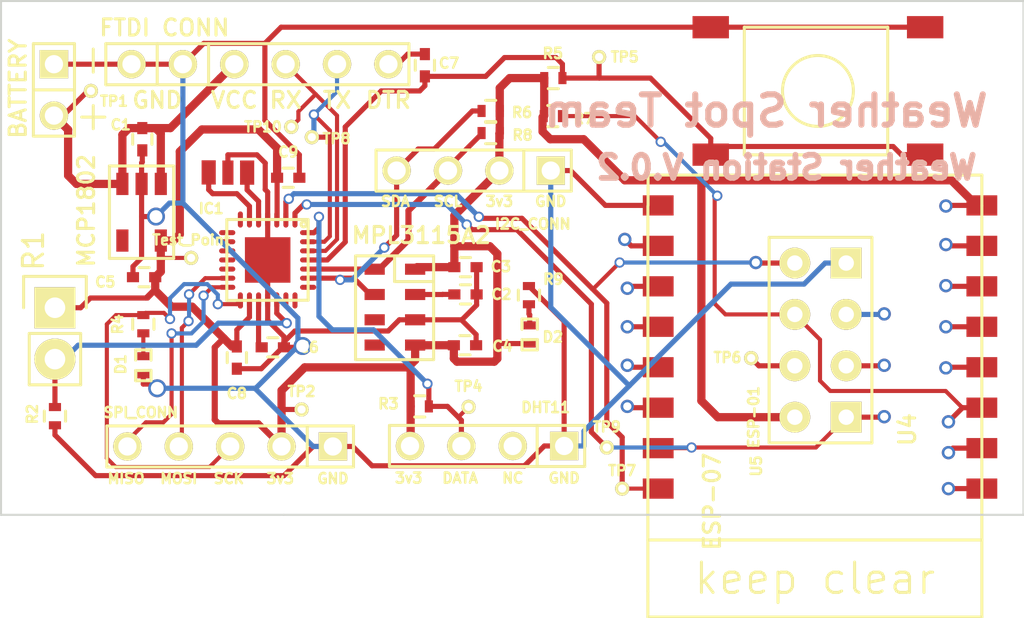
<source format=kicad_pcb>
(kicad_pcb (version 20171130) (host pcbnew "(5.1.12)-1")

  (general
    (thickness 1.6)
    (drawings 8)
    (tracks 462)
    (zones 0)
    (modules 42)
    (nets 51)
  )

  (page A4)
  (layers
    (0 F.Cu signal)
    (31 B.Cu signal)
    (32 B.Adhes user hide)
    (33 F.Adhes user hide)
    (34 B.Paste user hide)
    (35 F.Paste user hide)
    (36 B.SilkS user hide)
    (37 F.SilkS user hide)
    (38 B.Mask user hide)
    (39 F.Mask user hide)
    (40 Dwgs.User user hide)
    (41 Cmts.User user hide)
    (42 Eco1.User user hide)
    (43 Eco2.User user hide)
    (44 Edge.Cuts user)
    (45 Margin user hide)
    (46 B.CrtYd user hide)
    (47 F.CrtYd user hide)
    (48 B.Fab user hide)
    (49 F.Fab user hide)
  )

  (setup
    (last_trace_width 0.254)
    (user_trace_width 0.1524)
    (user_trace_width 0.2032)
    (user_trace_width 0.254)
    (user_trace_width 0.4064)
    (user_trace_width 0.508)
    (user_trace_width 0.6096)
    (trace_clearance 0.1524)
    (zone_clearance 0.254)
    (zone_45_only no)
    (trace_min 0.1524)
    (via_size 0.889)
    (via_drill 0.635)
    (via_min_size 0.508)
    (via_min_drill 0.3302)
    (user_via 0.508 0.3302)
    (user_via 0.6604 0.4064)
    (uvia_size 0.508)
    (uvia_drill 0.127)
    (uvias_allowed no)
    (uvia_min_size 0.508)
    (uvia_min_drill 0.127)
    (edge_width 0.1)
    (segment_width 0.2)
    (pcb_text_width 0.3)
    (pcb_text_size 1.5 1.5)
    (mod_edge_width 0.15)
    (mod_text_size 1 1)
    (mod_text_width 0.15)
    (pad_size 2.25 2.25)
    (pad_drill 0)
    (pad_to_mask_clearance 0.0508)
    (aux_axis_origin 0 0)
    (visible_elements 7FFFFF7F)
    (pcbplotparams
      (layerselection 0x010f0_80000001)
      (usegerberextensions true)
      (usegerberattributes true)
      (usegerberadvancedattributes true)
      (creategerberjobfile true)
      (excludeedgelayer true)
      (linewidth 0.100000)
      (plotframeref false)
      (viasonmask true)
      (mode 1)
      (useauxorigin false)
      (hpglpennumber 1)
      (hpglpenspeed 20)
      (hpglpendiameter 15.000000)
      (psnegative false)
      (psa4output false)
      (plotreference true)
      (plotvalue true)
      (plotinvisibletext false)
      (padsonsilk false)
      (subtractmaskfromsilk false)
      (outputformat 1)
      (mirror false)
      (drillshape 0)
      (scaleselection 1)
      (outputdirectory "C:/Users/glina_000/Documents/Capstone_WeatherSpot/Kicad/Weather_station_unit/Gerber_files/"))
  )

  (net 0 "")
  (net 1 GND)
  (net 2 "Net-(C2-Pad1)")
  (net 3 3V3)
  (net 4 "Net-(C6-Pad1)")
  (net 5 /DTR)
  (net 6 "Net-(C7-Pad2)")
  (net 7 SDA)
  (net 8 SCL)
  (net 9 /MISO)
  (net 10 /MOSI)
  (net 11 /SCK)
  (net 12 "Net-(D1-Pad1)")
  (net 13 /RXS)
  (net 14 /TXS)
  (net 15 "Net-(IC1-Pad5)")
  (net 16 "Net-(IC1-Pad6)")
  (net 17 "Net-(IC1-Pad7)")
  (net 18 "Net-(IC1-Pad8)")
  (net 19 "Net-(IC1-Pad9)")
  (net 20 "Net-(IC1-Pad10)")
  (net 21 "Net-(IC1-Pad11)")
  (net 22 "Net-(IC1-Pad12)")
  (net 23 A0)
  (net 24 "Net-(IC1-Pad20)")
  (net 25 "Net-(IC1-Pad21)")
  (net 26 "Net-(IC1-Pad22)")
  (net 27 /RX)
  (net 28 /TX)
  (net 29 /D2)
  (net 30 "Net-(R7-Pad2)")
  (net 31 "Net-(TP6-Pad1)")
  (net 32 "Net-(U1-Pad5)")
  (net 33 "Net-(U1-Pad6)")
  (net 34 "Net-(U2-Pad4)")
  (net 35 "Net-(U3-Pad3)")
  (net 36 "Net-(U4-Pad2)")
  (net 37 "Net-(U4-Pad4)")
  (net 38 "Net-(U4-Pad5)")
  (net 39 "Net-(U4-Pad6)")
  (net 40 "Net-(U4-Pad7)")
  (net 41 "Net-(U4-Pad12)")
  (net 42 "Net-(U4-Pad14)")
  (net 43 "Net-(U5-Pad6)")
  (net 44 "Net-(U5-Pad7)")
  (net 45 /VCC)
  (net 46 "Net-(D2-Pad1)")
  (net 47 "Net-(U4-Pad1)")
  (net 48 "Net-(U4-Pad10)")
  (net 49 "Net-(U4-Pad11)")
  (net 50 "Net-(U4-Pad13)")

  (net_class Default "This is the default net class."
    (clearance 0.1524)
    (trace_width 0.254)
    (via_dia 0.889)
    (via_drill 0.635)
    (uvia_dia 0.508)
    (uvia_drill 0.127)
    (add_net /D2)
    (add_net /DTR)
    (add_net /MISO)
    (add_net /MOSI)
    (add_net /RX)
    (add_net /RXS)
    (add_net /SCK)
    (add_net /TX)
    (add_net /TXS)
    (add_net /VCC)
    (add_net 3V3)
    (add_net A0)
    (add_net GND)
    (add_net "Net-(C2-Pad1)")
    (add_net "Net-(C6-Pad1)")
    (add_net "Net-(C7-Pad2)")
    (add_net "Net-(D1-Pad1)")
    (add_net "Net-(D2-Pad1)")
    (add_net "Net-(IC1-Pad10)")
    (add_net "Net-(IC1-Pad11)")
    (add_net "Net-(IC1-Pad12)")
    (add_net "Net-(IC1-Pad20)")
    (add_net "Net-(IC1-Pad21)")
    (add_net "Net-(IC1-Pad22)")
    (add_net "Net-(IC1-Pad5)")
    (add_net "Net-(IC1-Pad6)")
    (add_net "Net-(IC1-Pad7)")
    (add_net "Net-(IC1-Pad8)")
    (add_net "Net-(IC1-Pad9)")
    (add_net "Net-(R7-Pad2)")
    (add_net "Net-(TP6-Pad1)")
    (add_net "Net-(U1-Pad5)")
    (add_net "Net-(U1-Pad6)")
    (add_net "Net-(U2-Pad4)")
    (add_net "Net-(U3-Pad3)")
    (add_net "Net-(U4-Pad1)")
    (add_net "Net-(U4-Pad10)")
    (add_net "Net-(U4-Pad11)")
    (add_net "Net-(U4-Pad12)")
    (add_net "Net-(U4-Pad13)")
    (add_net "Net-(U4-Pad14)")
    (add_net "Net-(U4-Pad2)")
    (add_net "Net-(U4-Pad4)")
    (add_net "Net-(U4-Pad5)")
    (add_net "Net-(U4-Pad6)")
    (add_net "Net-(U4-Pad7)")
    (add_net "Net-(U5-Pad6)")
    (add_net "Net-(U5-Pad7)")
    (add_net SCL)
    (add_net SDA)
  )

  (module custom:BATT_CONN (layer F.Cu) (tedit 55876867) (tstamp 557F85B8)
    (at 143.358 91.6686 270)
    (path /55756462)
    (fp_text reference BT1 (at -1.27 3.81 270) (layer F.SilkS) hide
      (effects (font (size 0.8 0.8) (thickness 0.15)))
    )
    (fp_text value BATTERY (at -1.3335 1.778 270) (layer F.SilkS)
      (effects (font (size 0.8 0.8) (thickness 0.15)))
    )
    (fp_line (start 1.016 -1.016) (end -3.556 -1.016) (layer F.SilkS) (width 0.15))
    (fp_line (start 1.016 1.016) (end 1.016 -1.016) (layer F.SilkS) (width 0.15))
    (fp_line (start -3.556 1.016) (end 1.016 1.016) (layer F.SilkS) (width 0.15))
    (fp_line (start -3.556 -1.016) (end -3.556 1.016) (layer F.SilkS) (width 0.15))
    (fp_line (start -1.27 -0.9525) (end -1.27 0.9525) (layer F.SilkS) (width 0.15))
    (fp_text user + (at 0.0762 -1.8288 270) (layer F.SilkS)
      (effects (font (size 1.5 1.5) (thickness 0.15)))
    )
    (fp_text user - (at -2.7178 -1.8288 270) (layer F.SilkS)
      (effects (font (size 1.5 1.5) (thickness 0.15)))
    )
    (pad 2 thru_hole rect (at -2.54 0 270) (size 1.4 1.4) (drill 0.9) (layers *.Cu *.Mask F.SilkS)
      (net 1 GND))
    (pad 1 thru_hole circle (at 0 0 270) (size 1.4 1.4) (drill 0.9) (layers *.Cu *.Mask F.SilkS)
      (net 45 /VCC))
  )

  (module Capacitors_SMD:C_0402 (layer F.Cu) (tedit 557F9731) (tstamp 557F94AC)
    (at 147.726 92.837 270)
    (descr "Capacitor SMD 0402, reflow soldering, AVX (see smccp.pdf)")
    (tags "capacitor 0402")
    (path /5575606C)
    (attr smd)
    (fp_text reference C1 (at -0.7112 1.0668) (layer F.SilkS)
      (effects (font (size 0.5 0.5) (thickness 0.125)))
    )
    (fp_text value 1uF (at -0.254 1.524 270) (layer F.Fab) hide
      (effects (font (size 1 1) (thickness 0.15)))
    )
    (fp_line (start -0.25 0.475) (end 0.25 0.475) (layer F.SilkS) (width 0.15))
    (fp_line (start 0.25 -0.475) (end -0.25 -0.475) (layer F.SilkS) (width 0.15))
    (fp_line (start 1.15 -0.6) (end 1.15 0.6) (layer F.CrtYd) (width 0.05))
    (fp_line (start -1.15 -0.6) (end -1.15 0.6) (layer F.CrtYd) (width 0.05))
    (fp_line (start -1.15 0.6) (end 1.15 0.6) (layer F.CrtYd) (width 0.05))
    (fp_line (start -1.15 -0.6) (end 1.15 -0.6) (layer F.CrtYd) (width 0.05))
    (pad 1 smd rect (at -0.55 0 270) (size 0.6 0.5) (layers F.Cu F.Paste F.Mask)
      (net 45 /VCC))
    (pad 2 smd rect (at 0.55 0 270) (size 0.6 0.5) (layers F.Cu F.Paste F.Mask)
      (net 1 GND))
    (model Capacitors_SMD.3dshapes/C_0402.wrl
      (at (xyz 0 0 0))
      (scale (xyz 1 1 1))
      (rotate (xyz 0 0 0))
    )
  )

  (module Capacitors_SMD:C_0402 (layer F.Cu) (tedit 557F95A8) (tstamp 557F85C4)
    (at 163.703 100.508)
    (descr "Capacitor SMD 0402, reflow soldering, AVX (see smccp.pdf)")
    (tags "capacitor 0402")
    (path /5575C9C3)
    (attr smd)
    (fp_text reference C2 (at 1.778 0) (layer F.SilkS)
      (effects (font (size 0.5 0.5) (thickness 0.125)))
    )
    (fp_text value 100nF (at 0 1.7 90) (layer F.Fab) hide
      (effects (font (size 1 1) (thickness 0.15)))
    )
    (fp_line (start -0.25 0.475) (end 0.25 0.475) (layer F.SilkS) (width 0.15))
    (fp_line (start 0.25 -0.475) (end -0.25 -0.475) (layer F.SilkS) (width 0.15))
    (fp_line (start 1.15 -0.6) (end 1.15 0.6) (layer F.CrtYd) (width 0.05))
    (fp_line (start -1.15 -0.6) (end -1.15 0.6) (layer F.CrtYd) (width 0.05))
    (fp_line (start -1.15 0.6) (end 1.15 0.6) (layer F.CrtYd) (width 0.05))
    (fp_line (start -1.15 -0.6) (end 1.15 -0.6) (layer F.CrtYd) (width 0.05))
    (pad 1 smd rect (at -0.55 0) (size 0.6 0.5) (layers F.Cu F.Paste F.Mask)
      (net 2 "Net-(C2-Pad1)"))
    (pad 2 smd rect (at 0.55 0) (size 0.6 0.5) (layers F.Cu F.Paste F.Mask)
      (net 1 GND))
    (model Capacitors_SMD.3dshapes/C_0402.wrl
      (at (xyz 0 0 0))
      (scale (xyz 1 1 1))
      (rotate (xyz 0 0 0))
    )
  )

  (module Capacitors_SMD:C_0402 (layer F.Cu) (tedit 557F95AA) (tstamp 557F85CA)
    (at 163.703 99.1616)
    (descr "Capacitor SMD 0402, reflow soldering, AVX (see smccp.pdf)")
    (tags "capacitor 0402")
    (path /5575BACB)
    (attr smd)
    (fp_text reference C3 (at 1.7526 -0.0254) (layer F.SilkS)
      (effects (font (size 0.5 0.5) (thickness 0.125)))
    )
    (fp_text value 10uF (at 0 1.7) (layer F.Fab) hide
      (effects (font (size 1 1) (thickness 0.15)))
    )
    (fp_line (start -0.25 0.475) (end 0.25 0.475) (layer F.SilkS) (width 0.15))
    (fp_line (start 0.25 -0.475) (end -0.25 -0.475) (layer F.SilkS) (width 0.15))
    (fp_line (start 1.15 -0.6) (end 1.15 0.6) (layer F.CrtYd) (width 0.05))
    (fp_line (start -1.15 -0.6) (end -1.15 0.6) (layer F.CrtYd) (width 0.05))
    (fp_line (start -1.15 0.6) (end 1.15 0.6) (layer F.CrtYd) (width 0.05))
    (fp_line (start -1.15 -0.6) (end 1.15 -0.6) (layer F.CrtYd) (width 0.05))
    (pad 1 smd rect (at -0.55 0) (size 0.6 0.5) (layers F.Cu F.Paste F.Mask)
      (net 3 3V3))
    (pad 2 smd rect (at 0.55 0) (size 0.6 0.5) (layers F.Cu F.Paste F.Mask)
      (net 1 GND))
    (model Capacitors_SMD.3dshapes/C_0402.wrl
      (at (xyz 0 0 0))
      (scale (xyz 1 1 1))
      (rotate (xyz 0 0 0))
    )
  )

  (module Capacitors_SMD:C_0402 (layer F.Cu) (tedit 557F95A7) (tstamp 557F85D0)
    (at 163.678 103.022)
    (descr "Capacitor SMD 0402, reflow soldering, AVX (see smccp.pdf)")
    (tags "capacitor 0402")
    (path /5575BB22)
    (attr smd)
    (fp_text reference C4 (at 1.8542 0.0508) (layer F.SilkS)
      (effects (font (size 0.5 0.5) (thickness 0.125)))
    )
    (fp_text value 100nF (at 0 1.7) (layer F.Fab) hide
      (effects (font (size 1 1) (thickness 0.15)))
    )
    (fp_line (start -0.25 0.475) (end 0.25 0.475) (layer F.SilkS) (width 0.15))
    (fp_line (start 0.25 -0.475) (end -0.25 -0.475) (layer F.SilkS) (width 0.15))
    (fp_line (start 1.15 -0.6) (end 1.15 0.6) (layer F.CrtYd) (width 0.05))
    (fp_line (start -1.15 -0.6) (end -1.15 0.6) (layer F.CrtYd) (width 0.05))
    (fp_line (start -1.15 0.6) (end 1.15 0.6) (layer F.CrtYd) (width 0.05))
    (fp_line (start -1.15 -0.6) (end 1.15 -0.6) (layer F.CrtYd) (width 0.05))
    (pad 1 smd rect (at -0.55 0) (size 0.6 0.5) (layers F.Cu F.Paste F.Mask)
      (net 3 3V3))
    (pad 2 smd rect (at 0.55 0) (size 0.6 0.5) (layers F.Cu F.Paste F.Mask)
      (net 1 GND))
    (model Capacitors_SMD.3dshapes/C_0402.wrl
      (at (xyz 0 0 0))
      (scale (xyz 1 1 1))
      (rotate (xyz 0 0 0))
    )
  )

  (module Capacitors_SMD:C_0402 (layer F.Cu) (tedit 557F96E1) (tstamp 557F85D6)
    (at 147.815 99.6569 180)
    (descr "Capacitor SMD 0402, reflow soldering, AVX (see smccp.pdf)")
    (tags "capacitor 0402")
    (path /55755F04)
    (attr smd)
    (fp_text reference C5 (at 1.9177 -0.2413 180) (layer F.SilkS)
      (effects (font (size 0.5 0.5) (thickness 0.125)))
    )
    (fp_text value 1uF (at 0 1.7 180) (layer F.Fab) hide
      (effects (font (size 1 1) (thickness 0.15)))
    )
    (fp_line (start -0.25 0.475) (end 0.25 0.475) (layer F.SilkS) (width 0.15))
    (fp_line (start 0.25 -0.475) (end -0.25 -0.475) (layer F.SilkS) (width 0.15))
    (fp_line (start 1.15 -0.6) (end 1.15 0.6) (layer F.CrtYd) (width 0.05))
    (fp_line (start -1.15 -0.6) (end -1.15 0.6) (layer F.CrtYd) (width 0.05))
    (fp_line (start -1.15 0.6) (end 1.15 0.6) (layer F.CrtYd) (width 0.05))
    (fp_line (start -1.15 -0.6) (end 1.15 -0.6) (layer F.CrtYd) (width 0.05))
    (pad 1 smd rect (at -0.55 0 180) (size 0.6 0.5) (layers F.Cu F.Paste F.Mask)
      (net 3 3V3))
    (pad 2 smd rect (at 0.55 0 180) (size 0.6 0.5) (layers F.Cu F.Paste F.Mask)
      (net 1 GND))
    (model Capacitors_SMD.3dshapes/C_0402.wrl
      (at (xyz 0 0 0))
      (scale (xyz 1 1 1))
      (rotate (xyz 0 0 0))
    )
  )

  (module Capacitors_SMD:C_0402 (layer F.Cu) (tedit 557F8956) (tstamp 557F85DC)
    (at 154.178 103.124)
    (descr "Capacitor SMD 0402, reflow soldering, AVX (see smccp.pdf)")
    (tags "capacitor 0402")
    (path /557493B8)
    (attr smd)
    (fp_text reference C6 (at 1.778 0) (layer F.SilkS)
      (effects (font (size 0.5 0.5) (thickness 0.125)))
    )
    (fp_text value 0.1uF (at 0 1.7) (layer F.Fab) hide
      (effects (font (size 1 1) (thickness 0.15)))
    )
    (fp_line (start -0.25 0.475) (end 0.25 0.475) (layer F.SilkS) (width 0.15))
    (fp_line (start 0.25 -0.475) (end -0.25 -0.475) (layer F.SilkS) (width 0.15))
    (fp_line (start 1.15 -0.6) (end 1.15 0.6) (layer F.CrtYd) (width 0.05))
    (fp_line (start -1.15 -0.6) (end -1.15 0.6) (layer F.CrtYd) (width 0.05))
    (fp_line (start -1.15 0.6) (end 1.15 0.6) (layer F.CrtYd) (width 0.05))
    (fp_line (start -1.15 -0.6) (end 1.15 -0.6) (layer F.CrtYd) (width 0.05))
    (pad 1 smd rect (at -0.55 0) (size 0.6 0.5) (layers F.Cu F.Paste F.Mask)
      (net 4 "Net-(C6-Pad1)"))
    (pad 2 smd rect (at 0.55 0) (size 0.6 0.5) (layers F.Cu F.Paste F.Mask)
      (net 1 GND))
    (model Capacitors_SMD.3dshapes/C_0402.wrl
      (at (xyz 0 0 0))
      (scale (xyz 1 1 1))
      (rotate (xyz 0 0 0))
    )
  )

  (module Capacitors_SMD:C_0402 (layer F.Cu) (tedit 557F9A39) (tstamp 557F85E2)
    (at 161.696 89.1794 270)
    (descr "Capacitor SMD 0402, reflow soldering, AVX (see smccp.pdf)")
    (tags "capacitor 0402")
    (path /5574A352)
    (attr smd)
    (fp_text reference C7 (at -0.1016 -1.1938) (layer F.SilkS)
      (effects (font (size 0.5 0.5) (thickness 0.125)))
    )
    (fp_text value 0.1uF (at 0 1.7 270) (layer F.Fab) hide
      (effects (font (size 1 1) (thickness 0.15)))
    )
    (fp_line (start -0.25 0.475) (end 0.25 0.475) (layer F.SilkS) (width 0.15))
    (fp_line (start 0.25 -0.475) (end -0.25 -0.475) (layer F.SilkS) (width 0.15))
    (fp_line (start 1.15 -0.6) (end 1.15 0.6) (layer F.CrtYd) (width 0.05))
    (fp_line (start -1.15 -0.6) (end -1.15 0.6) (layer F.CrtYd) (width 0.05))
    (fp_line (start -1.15 0.6) (end 1.15 0.6) (layer F.CrtYd) (width 0.05))
    (fp_line (start -1.15 -0.6) (end 1.15 -0.6) (layer F.CrtYd) (width 0.05))
    (pad 1 smd rect (at -0.55 0 270) (size 0.6 0.5) (layers F.Cu F.Paste F.Mask)
      (net 5 /DTR))
    (pad 2 smd rect (at 0.55 0 270) (size 0.6 0.5) (layers F.Cu F.Paste F.Mask)
      (net 6 "Net-(C7-Pad2)"))
    (model Capacitors_SMD.3dshapes/C_0402.wrl
      (at (xyz 0 0 0))
      (scale (xyz 1 1 1))
      (rotate (xyz 0 0 0))
    )
  )

  (module Capacitors_SMD:C_0402 (layer F.Cu) (tedit 557F895C) (tstamp 557F85E8)
    (at 152.4 103.632 270)
    (descr "Capacitor SMD 0402, reflow soldering, AVX (see smccp.pdf)")
    (tags "capacitor 0402")
    (path /55748C1A)
    (attr smd)
    (fp_text reference C8 (at 1.778 0) (layer F.SilkS)
      (effects (font (size 0.5 0.5) (thickness 0.125)))
    )
    (fp_text value 0.1uF (at 0 1.7 270) (layer F.Fab) hide
      (effects (font (size 1 1) (thickness 0.15)))
    )
    (fp_line (start -0.25 0.475) (end 0.25 0.475) (layer F.SilkS) (width 0.15))
    (fp_line (start 0.25 -0.475) (end -0.25 -0.475) (layer F.SilkS) (width 0.15))
    (fp_line (start 1.15 -0.6) (end 1.15 0.6) (layer F.CrtYd) (width 0.05))
    (fp_line (start -1.15 -0.6) (end -1.15 0.6) (layer F.CrtYd) (width 0.05))
    (fp_line (start -1.15 0.6) (end 1.15 0.6) (layer F.CrtYd) (width 0.05))
    (fp_line (start -1.15 -0.6) (end 1.15 -0.6) (layer F.CrtYd) (width 0.05))
    (pad 1 smd rect (at -0.55 0 270) (size 0.6 0.5) (layers F.Cu F.Paste F.Mask)
      (net 3 3V3))
    (pad 2 smd rect (at 0.55 0 270) (size 0.6 0.5) (layers F.Cu F.Paste F.Mask)
      (net 1 GND))
    (model Capacitors_SMD.3dshapes/C_0402.wrl
      (at (xyz 0 0 0))
      (scale (xyz 1 1 1))
      (rotate (xyz 0 0 0))
    )
  )

  (module Capacitors_SMD:C_0402 (layer F.Cu) (tedit 557F880B) (tstamp 557F85EE)
    (at 154.94 94.742)
    (descr "Capacitor SMD 0402, reflow soldering, AVX (see smccp.pdf)")
    (tags "capacitor 0402")
    (path /55748BD3)
    (attr smd)
    (fp_text reference C9 (at 0 -1.27) (layer F.SilkS)
      (effects (font (size 0.5 0.5) (thickness 0.125)))
    )
    (fp_text value 0.1uF (at 0 1.7) (layer F.Fab) hide
      (effects (font (size 1 1) (thickness 0.15)))
    )
    (fp_line (start -0.25 0.475) (end 0.25 0.475) (layer F.SilkS) (width 0.15))
    (fp_line (start 0.25 -0.475) (end -0.25 -0.475) (layer F.SilkS) (width 0.15))
    (fp_line (start 1.15 -0.6) (end 1.15 0.6) (layer F.CrtYd) (width 0.05))
    (fp_line (start -1.15 -0.6) (end -1.15 0.6) (layer F.CrtYd) (width 0.05))
    (fp_line (start -1.15 0.6) (end 1.15 0.6) (layer F.CrtYd) (width 0.05))
    (fp_line (start -1.15 -0.6) (end 1.15 -0.6) (layer F.CrtYd) (width 0.05))
    (pad 1 smd rect (at -0.55 0) (size 0.6 0.5) (layers F.Cu F.Paste F.Mask)
      (net 3 3V3))
    (pad 2 smd rect (at 0.55 0) (size 0.6 0.5) (layers F.Cu F.Paste F.Mask)
      (net 1 GND))
    (model Capacitors_SMD.3dshapes/C_0402.wrl
      (at (xyz 0 0 0))
      (scale (xyz 1 1 1))
      (rotate (xyz 0 0 0))
    )
  )

  (module custom:I2C_CONN (layer F.Cu) (tedit 557F9BB4) (tstamp 557F9AFD)
    (at 165.379 94.3864)
    (path /557F82DD)
    (fp_text reference conn1 (at -1.143 2.9845) (layer F.SilkS) hide
      (effects (font (size 0.8 0.8) (thickness 0.15)))
    )
    (fp_text value I2C_CONN (at 1.651 2.6416) (layer F.SilkS)
      (effects (font (size 0.508 0.508) (thickness 0.127)))
    )
    (fp_line (start -6.096 -1.016) (end 3.556 -1.016) (layer F.SilkS) (width 0.15))
    (fp_line (start -6.096 1.016) (end -6.096 -1.016) (layer F.SilkS) (width 0.15))
    (fp_line (start 3.556 1.016) (end -6.096 1.016) (layer F.SilkS) (width 0.15))
    (fp_line (start 3.556 -1.016) (end 3.556 1.016) (layer F.SilkS) (width 0.15))
    (fp_line (start 1.2065 -0.9525) (end 1.2065 0.9525) (layer F.SilkS) (width 0.15))
    (fp_text user GND (at 2.54 1.524) (layer F.SilkS)
      (effects (font (size 0.5 0.5) (thickness 0.125)))
    )
    (fp_text user 3v3 (at 0 1.524) (layer F.SilkS)
      (effects (font (size 0.5 0.5) (thickness 0.125)))
    )
    (fp_text user SCL (at -2.54 1.524) (layer F.SilkS)
      (effects (font (size 0.5 0.5) (thickness 0.125)))
    )
    (fp_text user SDA (at -5.1435 1.524) (layer F.SilkS)
      (effects (font (size 0.5 0.5) (thickness 0.125)))
    )
    (pad 1 thru_hole circle (at -5.08 0) (size 1.4 1.4) (drill 0.9) (layers *.Cu *.Mask F.SilkS)
      (net 7 SDA))
    (pad 2 thru_hole circle (at -2.54 0) (size 1.4 1.4) (drill 0.9) (layers *.Cu *.Mask F.SilkS)
      (net 8 SCL))
    (pad 3 thru_hole circle (at 0 0) (size 1.4 1.4) (drill 0.9) (layers *.Cu *.Mask F.SilkS)
      (net 3 3V3))
    (pad 4 thru_hole rect (at 2.54 0) (size 1.4 1.4) (drill 0.9) (layers *.Cu *.Mask F.SilkS)
      (net 1 GND))
  )

  (module custom:SPI_CONN (layer F.Cu) (tedit 557F9CEB) (tstamp 557F85FF)
    (at 152.07 108.026)
    (path /557F7805)
    (fp_text reference conn2 (at 0 3.048) (layer F.SilkS) hide
      (effects (font (size 0.8 0.8) (thickness 0.15)))
    )
    (fp_text value SPI_CONN (at -4.4196 -1.6764) (layer F.SilkS)
      (effects (font (size 0.5 0.5) (thickness 0.125)))
    )
    (fp_line (start -6.096 -1.016) (end 6.096 -1.016) (layer F.SilkS) (width 0.15))
    (fp_line (start -6.096 1.016) (end -6.096 -1.016) (layer F.SilkS) (width 0.15))
    (fp_line (start 6.096 1.016) (end -6.096 1.016) (layer F.SilkS) (width 0.15))
    (fp_line (start 6.096 -1.016) (end 6.096 1.016) (layer F.SilkS) (width 0.15))
    (fp_line (start 3.81 -1.016) (end 3.81 1.016) (layer F.SilkS) (width 0.15))
    (fp_text user GND (at 5.08 1.5875) (layer F.SilkS)
      (effects (font (size 0.5 0.5) (thickness 0.125)))
    )
    (fp_text user 3v3 (at 2.4765 1.5875) (layer F.SilkS)
      (effects (font (size 0.5 0.5) (thickness 0.125)))
    )
    (fp_text user SCK (at -0.0635 1.5875) (layer F.SilkS)
      (effects (font (size 0.5 0.5) (thickness 0.125)))
    )
    (fp_text user MOSI (at -2.54 1.5875) (layer F.SilkS)
      (effects (font (size 0.5 0.5) (thickness 0.125)))
    )
    (fp_text user MISO (at -5.1435 1.5875) (layer F.SilkS)
      (effects (font (size 0.5 0.5) (thickness 0.125)))
    )
    (pad 1 thru_hole circle (at -5.08 0) (size 1.4 1.4) (drill 0.9) (layers *.Cu *.Mask F.SilkS)
      (net 9 /MISO))
    (pad 2 thru_hole circle (at -2.54 0) (size 1.4 1.4) (drill 0.9) (layers *.Cu *.Mask F.SilkS)
      (net 10 /MOSI))
    (pad 3 thru_hole circle (at 0 0) (size 1.4 1.4) (drill 0.9) (layers *.Cu *.Mask F.SilkS)
      (net 11 /SCK))
    (pad 4 thru_hole circle (at 2.54 0) (size 1.4 1.4) (drill 0.9) (layers *.Cu *.Mask F.SilkS)
      (net 3 3V3))
    (pad 5 thru_hole rect (at 5.08 0) (size 1.4 1.4) (drill 0.9) (layers *.Cu *.Mask F.SilkS)
      (net 1 GND))
  )

  (module custom:SMD-0402_LED (layer F.Cu) (tedit 557F97C0) (tstamp 557F8605)
    (at 147.777 104.013 270)
    (path /5574F548)
    (attr smd)
    (fp_text reference D1 (at -0.0508 1.1176 270) (layer F.SilkS)
      (effects (font (size 0.5 0.5) (thickness 0.125)))
    )
    (fp_text value LED (at 0.15 1.65 270) (layer F.SilkS) hide
      (effects (font (size 1 1) (thickness 0.15)))
    )
    (fp_line (start 0.762 0.381) (end 0.254 0.381) (layer F.SilkS) (width 0.15))
    (fp_line (start 0.762 -0.381) (end 0.762 0.381) (layer F.SilkS) (width 0.15))
    (fp_line (start 0.254 -0.381) (end 0.762 -0.381) (layer F.SilkS) (width 0.15))
    (fp_line (start -0.762 0.381) (end -0.254 0.381) (layer F.SilkS) (width 0.15))
    (fp_line (start -0.762 -0.381) (end -0.762 0.381) (layer F.SilkS) (width 0.15))
    (fp_line (start -0.254 -0.381) (end -0.762 -0.381) (layer F.SilkS) (width 0.15))
    (fp_line (start 0.25 -0.38) (end 0.26 0.38) (layer F.SilkS) (width 0.15))
    (pad 1 smd rect (at -0.44958 0 270) (size 0.39878 0.59944) (layers F.Cu F.Paste F.Mask)
      (net 12 "Net-(D1-Pad1)"))
    (pad 2 smd rect (at 0.44958 0 270) (size 0.39878 0.59944) (layers F.Cu F.Paste F.Mask)
      (net 1 GND))
    (model SMD_Packages/SMD-0402.wrl
      (offset (xyz 0 0 0.05079999923706055))
      (scale (xyz 0.05 0.05 0.05))
      (rotate (xyz 0 0 0))
    )
  )

  (module custom:QFN-28-4x4mm_fixed_mask (layer F.Cu) (tedit 558A08A8) (tstamp 557F8626)
    (at 153.924 98.806 270)
    (path /5574887D)
    (solder_mask_margin 0.0508)
    (clearance 0.0254)
    (fp_text reference IC1 (at -2.54 2.794) (layer F.SilkS)
      (effects (font (size 0.5 0.5) (thickness 0.125)))
    )
    (fp_text value ATMEGA328P-MM (at 3.81 -0.254) (layer F.SilkS) hide
      (effects (font (size 0.6 0.6) (thickness 0.15)))
    )
    (fp_line (start -2 2.02) (end -2 -1.99) (layer F.SilkS) (width 0.15))
    (fp_line (start 2 2.02) (end -2 2.02) (layer F.SilkS) (width 0.15))
    (fp_line (start 1.99 -2) (end 2 2.02) (layer F.SilkS) (width 0.15))
    (fp_line (start -2 -2) (end 1.99 -2) (layer F.SilkS) (width 0.15))
    (fp_circle (center -1.76 -1.78) (end -1.73 -1.74) (layer F.SilkS) (width 0.15))
    (pad 1 smd oval (at -2 -1.35 270) (size 0.8 0.24892) (layers F.Cu F.Paste F.Mask)
      (net 13 /RXS))
    (pad 2 smd oval (at -2 -0.9 270) (size 0.8 0.24892) (layers F.Cu F.Paste F.Mask)
      (net 14 /TXS))
    (pad 3 smd oval (at -2 -0.45 270) (size 0.8 0.24892) (layers F.Cu F.Paste F.Mask)
      (net 3 3V3))
    (pad 4 smd oval (at -2 0 270) (size 0.8 0.24892) (layers F.Cu F.Paste F.Mask)
      (net 1 GND))
    (pad 5 smd oval (at -2 0.45 270) (size 0.8 0.24892) (layers F.Cu F.Paste F.Mask)
      (net 15 "Net-(IC1-Pad5)"))
    (pad 6 smd oval (at -2 0.9 270) (size 0.8 0.24892) (layers F.Cu F.Paste F.Mask)
      (net 16 "Net-(IC1-Pad6)"))
    (pad 7 smd oval (at -2 1.35 270) (size 0.8 0.24892) (layers F.Cu F.Paste F.Mask)
      (net 17 "Net-(IC1-Pad7)"))
    (pad 8 smd oval (at -1.35 2) (size 0.8 0.24892) (layers F.Cu F.Paste F.Mask)
      (net 18 "Net-(IC1-Pad8)"))
    (pad 9 smd oval (at -0.9 2) (size 0.8 0.24892) (layers F.Cu F.Paste F.Mask)
      (net 19 "Net-(IC1-Pad9)"))
    (pad 10 smd oval (at -0.45 2) (size 0.8 0.24892) (layers F.Cu F.Paste F.Mask)
      (net 20 "Net-(IC1-Pad10)"))
    (pad 11 smd oval (at 0 2) (size 0.8 0.24892) (layers F.Cu F.Paste F.Mask)
      (net 21 "Net-(IC1-Pad11)"))
    (pad 12 smd oval (at 0.45 2) (size 0.8 0.24892) (layers F.Cu F.Paste F.Mask)
      (net 22 "Net-(IC1-Pad12)"))
    (pad 13 smd oval (at 0.9 2) (size 0.8 0.24892) (layers F.Cu F.Paste F.Mask)
      (net 10 /MOSI))
    (pad 14 smd oval (at 1.35 2) (size 0.8 0.24892) (layers F.Cu F.Paste F.Mask)
      (net 9 /MISO))
    (pad 15 smd oval (at 2 1.35 90) (size 0.8 0.24892) (layers F.Cu F.Paste F.Mask)
      (net 11 /SCK))
    (pad 16 smd oval (at 2 0.9 90) (size 0.8 0.24892) (layers F.Cu F.Paste F.Mask)
      (net 3 3V3))
    (pad 17 smd oval (at 2 0.45 90) (size 0.8 0.24892) (layers F.Cu F.Paste F.Mask)
      (net 4 "Net-(C6-Pad1)"))
    (pad 18 smd oval (at 2 0 90) (size 0.8 0.24892) (layers F.Cu F.Paste F.Mask)
      (net 1 GND))
    (pad 19 smd oval (at 2 -0.45 90) (size 0.8 0.24892) (layers F.Cu F.Paste F.Mask)
      (net 23 A0))
    (pad 20 smd oval (at 2 -0.9 90) (size 0.8 0.24892) (layers F.Cu F.Paste F.Mask)
      (net 24 "Net-(IC1-Pad20)"))
    (pad 21 smd oval (at 2 -1.35 90) (size 0.8 0.24892) (layers F.Cu F.Paste F.Mask)
      (net 25 "Net-(IC1-Pad21)"))
    (pad 22 smd oval (at 1.35 -2 180) (size 0.8 0.24892) (layers F.Cu F.Paste F.Mask)
      (net 26 "Net-(IC1-Pad22)"))
    (pad 23 smd oval (at 0.9 -2 180) (size 0.8 0.24892) (layers F.Cu F.Paste F.Mask)
      (net 7 SDA))
    (pad 24 smd oval (at 0.45 -2 180) (size 0.8 0.24892) (layers F.Cu F.Paste F.Mask)
      (net 8 SCL))
    (pad 25 smd oval (at 0 -2 180) (size 0.8 0.24892) (layers F.Cu F.Paste F.Mask)
      (net 6 "Net-(C7-Pad2)"))
    (pad 26 smd oval (at -0.45 -2 180) (size 0.8 0.24892) (layers F.Cu F.Paste F.Mask)
      (net 27 /RX))
    (pad 27 smd oval (at -0.9 -2 180) (size 0.8 0.24892) (layers F.Cu F.Paste F.Mask)
      (net 28 /TX))
    (pad 28 smd oval (at -1.35 -2 180) (size 0.8 0.24892) (layers F.Cu F.Paste F.Mask)
      (net 29 /D2))
    (pad 18 smd rect (at 0 0 180) (size 2.25 2.25) (layers F.Cu F.Mask)
      (net 1 GND))
    (model SMD_Packages/QFN-28-1EP.wrl
      (at (xyz 0 0 0))
      (scale (xyz 1 1 1))
      (rotate (xyz 0 0 0))
    )
  )

  (module custom:FTDI_PORT (layer F.Cu) (tedit 557F96EA) (tstamp 557F8630)
    (at 152.273 89.1286)
    (path /5574FBEC)
    (fp_text reference P1 (at 1.27 4.318) (layer F.SilkS) hide
      (effects (font (size 0.8 0.8) (thickness 0.15)))
    )
    (fp_text value "FTDI CONN" (at -3.4544 -1.8034) (layer F.SilkS)
      (effects (font (size 0.8 0.8) (thickness 0.15)))
    )
    (fp_line (start 8.636 -1.016) (end -6.35 -1.016) (layer F.SilkS) (width 0.15))
    (fp_line (start 8.636 1.016) (end 8.636 -1.016) (layer F.SilkS) (width 0.15))
    (fp_line (start -6.35 1.016) (end 8.636 1.016) (layer F.SilkS) (width 0.15))
    (fp_line (start -6.35 -1.016) (end -6.35 1.016) (layer F.SilkS) (width 0.15))
    (fp_line (start -1.27 -1.016) (end -1.27 1.016) (layer F.SilkS) (width 0.15))
    (fp_line (start -3.81 -1.016) (end -3.81 1.016) (layer F.SilkS) (width 0.15))
    (fp_text user DTR (at 7.62 1.778) (layer F.SilkS)
      (effects (font (size 0.8 0.8) (thickness 0.15)))
    )
    (fp_text user TX (at 5.08 1.778) (layer F.SilkS)
      (effects (font (size 0.8 0.8) (thickness 0.15)))
    )
    (fp_text user RX (at 2.54 1.778) (layer F.SilkS)
      (effects (font (size 0.8 0.8) (thickness 0.15)))
    )
    (fp_text user VCC (at 0 1.778) (layer F.SilkS)
      (effects (font (size 0.8 0.8) (thickness 0.15)))
    )
    (fp_text user GND (at -3.81 1.778) (layer F.SilkS)
      (effects (font (size 0.8 0.8) (thickness 0.15)))
    )
    (pad 1 thru_hole circle (at -5.08 0) (size 1.4 1.4) (drill 0.9) (layers *.Cu *.Mask F.SilkS)
      (net 1 GND))
    (pad 2 thru_hole circle (at -2.54 0) (size 1.4 1.4) (drill 0.9) (layers *.Cu *.Mask F.SilkS)
      (net 1 GND))
    (pad 3 thru_hole circle (at 0 0) (size 1.4 1.4) (drill 0.9) (layers *.Cu *.Mask F.SilkS)
      (net 45 /VCC))
    (pad 4 thru_hole circle (at 2.54 0) (size 1.4 1.4) (drill 0.9) (layers *.Cu *.Mask F.SilkS)
      (net 27 /RX))
    (pad 5 thru_hole circle (at 5.08 0) (size 1.4 1.4) (drill 0.9) (layers *.Cu *.Mask F.SilkS)
      (net 28 /TX))
    (pad 6 thru_hole circle (at 7.62 0) (size 1.4 1.4) (drill 0.9) (layers *.Cu *.Mask F.SilkS)
      (net 5 /DTR))
  )

  (module Socket_Strips:Socket_Strip_Straight_1x02 (layer F.Cu) (tedit 557F9CD4) (tstamp 557F863D)
    (at 143.408 101.168 270)
    (descr "Through hole socket strip")
    (tags "socket strip")
    (path /55758D21)
    (fp_text reference R1 (at -2.8194 1.0668 270) (layer F.SilkS)
      (effects (font (size 1 1) (thickness 0.15)))
    )
    (fp_text value PhotoResistor (at 0 -3.1 270) (layer F.Fab) hide
      (effects (font (size 1 1) (thickness 0.15)))
    )
    (fp_line (start 3.81 -1.27) (end 3.81 1.27) (layer F.SilkS) (width 0.15))
    (fp_line (start 1.27 -1.27) (end 3.81 -1.27) (layer F.SilkS) (width 0.15))
    (fp_line (start -1.55 -1.55) (end -1.55 1.55) (layer F.SilkS) (width 0.15))
    (fp_line (start 0 -1.55) (end -1.55 -1.55) (layer F.SilkS) (width 0.15))
    (fp_line (start 1.27 1.27) (end 1.27 -1.27) (layer F.SilkS) (width 0.15))
    (fp_line (start -1.75 1.75) (end 4.3 1.75) (layer F.CrtYd) (width 0.05))
    (fp_line (start -1.75 -1.75) (end 4.3 -1.75) (layer F.CrtYd) (width 0.05))
    (fp_line (start 4.3 -1.75) (end 4.3 1.75) (layer F.CrtYd) (width 0.05))
    (fp_line (start -1.75 -1.75) (end -1.75 1.75) (layer F.CrtYd) (width 0.05))
    (fp_line (start 3.81 1.27) (end 1.27 1.27) (layer F.SilkS) (width 0.15))
    (fp_line (start -1.55 1.55) (end 0 1.55) (layer F.SilkS) (width 0.15))
    (pad 1 thru_hole rect (at 0 0 270) (size 2.032 2.032) (drill 1.016) (layers *.Cu *.Mask F.SilkS)
      (net 3 3V3))
    (pad 2 thru_hole oval (at 2.54 0 270) (size 2.032 2.032) (drill 1.016) (layers *.Cu *.Mask F.SilkS)
      (net 23 A0))
    (model Socket_Strips.3dshapes/Socket_Strip_Straight_1x02.wrl
      (offset (xyz 1.269999980926514 0 0))
      (scale (xyz 1 1 1))
      (rotate (xyz 0 0 180))
    )
  )

  (module Resistors_SMD:R_0402 (layer F.Cu) (tedit 557F9CE9) (tstamp 557F8643)
    (at 143.408 106.528 270)
    (descr "Resistor SMD 0402, reflow soldering, Vishay (see dcrcw.pdf)")
    (tags "resistor 0402")
    (path /55758B85)
    (attr smd)
    (fp_text reference R2 (at -0.1016 1.1176 270) (layer F.SilkS)
      (effects (font (size 0.5 0.5) (thickness 0.125)))
    )
    (fp_text value 10K (at 0 1.8 270) (layer F.Fab) hide
      (effects (font (size 1 1) (thickness 0.15)))
    )
    (fp_line (start -0.25 0.525) (end 0.25 0.525) (layer F.SilkS) (width 0.15))
    (fp_line (start 0.25 -0.525) (end -0.25 -0.525) (layer F.SilkS) (width 0.15))
    (fp_line (start 0.95 -0.65) (end 0.95 0.65) (layer F.CrtYd) (width 0.05))
    (fp_line (start -0.95 -0.65) (end -0.95 0.65) (layer F.CrtYd) (width 0.05))
    (fp_line (start -0.95 0.65) (end 0.95 0.65) (layer F.CrtYd) (width 0.05))
    (fp_line (start -0.95 -0.65) (end 0.95 -0.65) (layer F.CrtYd) (width 0.05))
    (pad 1 smd rect (at -0.45 0 270) (size 0.4 0.6) (layers F.Cu F.Paste F.Mask)
      (net 23 A0))
    (pad 2 smd rect (at 0.45 0 270) (size 0.4 0.6) (layers F.Cu F.Paste F.Mask)
      (net 1 GND))
    (model Resistors_SMD.3dshapes/R_0402.wrl
      (at (xyz 0 0 0))
      (scale (xyz 1 1 1))
      (rotate (xyz 0 0 0))
    )
  )

  (module Resistors_SMD:R_0402 (layer F.Cu) (tedit 557F9BE0) (tstamp 557F8649)
    (at 161.442 106.045)
    (descr "Resistor SMD 0402, reflow soldering, Vishay (see dcrcw.pdf)")
    (tags "resistor 0402")
    (path /5575A8A5)
    (attr smd)
    (fp_text reference R3 (at -1.5494 -0.127) (layer F.SilkS)
      (effects (font (size 0.508 0.508) (thickness 0.127)))
    )
    (fp_text value 5K (at 0 1.8) (layer F.Fab) hide
      (effects (font (size 1 1) (thickness 0.15)))
    )
    (fp_line (start -0.25 0.525) (end 0.25 0.525) (layer F.SilkS) (width 0.15))
    (fp_line (start 0.25 -0.525) (end -0.25 -0.525) (layer F.SilkS) (width 0.15))
    (fp_line (start 0.95 -0.65) (end 0.95 0.65) (layer F.CrtYd) (width 0.05))
    (fp_line (start -0.95 -0.65) (end -0.95 0.65) (layer F.CrtYd) (width 0.05))
    (fp_line (start -0.95 0.65) (end 0.95 0.65) (layer F.CrtYd) (width 0.05))
    (fp_line (start -0.95 -0.65) (end 0.95 -0.65) (layer F.CrtYd) (width 0.05))
    (pad 1 smd rect (at -0.45 0) (size 0.4 0.6) (layers F.Cu F.Paste F.Mask)
      (net 3 3V3))
    (pad 2 smd rect (at 0.45 0) (size 0.4 0.6) (layers F.Cu F.Paste F.Mask)
      (net 29 /D2))
    (model Resistors_SMD.3dshapes/R_0402.wrl
      (at (xyz 0 0 0))
      (scale (xyz 1 1 1))
      (rotate (xyz 0 0 0))
    )
  )

  (module Resistors_SMD:R_0402 (layer F.Cu) (tedit 557F88E7) (tstamp 557F864F)
    (at 147.777 101.981 90)
    (descr "Resistor SMD 0402, reflow soldering, Vishay (see dcrcw.pdf)")
    (tags "resistor 0402")
    (path /5574F468)
    (attr smd)
    (fp_text reference R4 (at 0 -1.27 90) (layer F.SilkS)
      (effects (font (size 0.5 0.5) (thickness 0.125)))
    )
    (fp_text value 470 (at 0 1.8 90) (layer F.Fab) hide
      (effects (font (size 1 1) (thickness 0.15)))
    )
    (fp_line (start -0.25 0.525) (end 0.25 0.525) (layer F.SilkS) (width 0.15))
    (fp_line (start 0.25 -0.525) (end -0.25 -0.525) (layer F.SilkS) (width 0.15))
    (fp_line (start 0.95 -0.65) (end 0.95 0.65) (layer F.CrtYd) (width 0.05))
    (fp_line (start -0.95 -0.65) (end -0.95 0.65) (layer F.CrtYd) (width 0.05))
    (fp_line (start -0.95 0.65) (end 0.95 0.65) (layer F.CrtYd) (width 0.05))
    (fp_line (start -0.95 -0.65) (end 0.95 -0.65) (layer F.CrtYd) (width 0.05))
    (pad 1 smd rect (at -0.45 0 90) (size 0.4 0.6) (layers F.Cu F.Paste F.Mask)
      (net 12 "Net-(D1-Pad1)"))
    (pad 2 smd rect (at 0.45 0 90) (size 0.4 0.6) (layers F.Cu F.Paste F.Mask)
      (net 11 /SCK))
    (model Resistors_SMD.3dshapes/R_0402.wrl
      (at (xyz 0 0 0))
      (scale (xyz 1 1 1))
      (rotate (xyz 0 0 0))
    )
  )

  (module Resistors_SMD:R_0402 (layer F.Cu) (tedit 557F9C75) (tstamp 557F8655)
    (at 168.046 89.8144)
    (descr "Resistor SMD 0402, reflow soldering, Vishay (see dcrcw.pdf)")
    (tags "resistor 0402")
    (path /5574A3AF)
    (attr smd)
    (fp_text reference R5 (at -0.0254 -1.2192) (layer F.SilkS)
      (effects (font (size 0.508 0.508) (thickness 0.127)))
    )
    (fp_text value 10K (at 0 1.8) (layer F.Fab) hide
      (effects (font (size 1 1) (thickness 0.15)))
    )
    (fp_line (start -0.25 0.525) (end 0.25 0.525) (layer F.SilkS) (width 0.15))
    (fp_line (start 0.25 -0.525) (end -0.25 -0.525) (layer F.SilkS) (width 0.15))
    (fp_line (start 0.95 -0.65) (end 0.95 0.65) (layer F.CrtYd) (width 0.05))
    (fp_line (start -0.95 -0.65) (end -0.95 0.65) (layer F.CrtYd) (width 0.05))
    (fp_line (start -0.95 0.65) (end 0.95 0.65) (layer F.CrtYd) (width 0.05))
    (fp_line (start -0.95 -0.65) (end 0.95 -0.65) (layer F.CrtYd) (width 0.05))
    (pad 1 smd rect (at -0.45 0) (size 0.4 0.6) (layers F.Cu F.Paste F.Mask)
      (net 3 3V3))
    (pad 2 smd rect (at 0.45 0) (size 0.4 0.6) (layers F.Cu F.Paste F.Mask)
      (net 6 "Net-(C7-Pad2)"))
    (model Resistors_SMD.3dshapes/R_0402.wrl
      (at (xyz 0 0 0))
      (scale (xyz 1 1 1))
      (rotate (xyz 0 0 0))
    )
  )

  (module Resistors_SMD:R_0402 (layer F.Cu) (tedit 557F9A5B) (tstamp 557F865B)
    (at 164.948 91.44 180)
    (descr "Resistor SMD 0402, reflow soldering, Vishay (see dcrcw.pdf)")
    (tags "resistor 0402")
    (path /5574976D)
    (attr smd)
    (fp_text reference R6 (at -1.5494 -0.0762 180) (layer F.SilkS)
      (effects (font (size 0.5 0.5) (thickness 0.125)))
    )
    (fp_text value 4.7K (at 0 1.8 180) (layer F.Fab) hide
      (effects (font (size 1 1) (thickness 0.15)))
    )
    (fp_line (start -0.25 0.525) (end 0.25 0.525) (layer F.SilkS) (width 0.15))
    (fp_line (start 0.25 -0.525) (end -0.25 -0.525) (layer F.SilkS) (width 0.15))
    (fp_line (start 0.95 -0.65) (end 0.95 0.65) (layer F.CrtYd) (width 0.05))
    (fp_line (start -0.95 -0.65) (end -0.95 0.65) (layer F.CrtYd) (width 0.05))
    (fp_line (start -0.95 0.65) (end 0.95 0.65) (layer F.CrtYd) (width 0.05))
    (fp_line (start -0.95 -0.65) (end 0.95 -0.65) (layer F.CrtYd) (width 0.05))
    (pad 1 smd rect (at -0.45 0 180) (size 0.4 0.6) (layers F.Cu F.Paste F.Mask)
      (net 3 3V3))
    (pad 2 smd rect (at 0.45 0 180) (size 0.4 0.6) (layers F.Cu F.Paste F.Mask)
      (net 7 SDA))
    (model Resistors_SMD.3dshapes/R_0402.wrl
      (at (xyz 0 0 0))
      (scale (xyz 1 1 1))
      (rotate (xyz 0 0 0))
    )
  )

  (module Resistors_SMD:R_0402 (layer F.Cu) (tedit 5588C1EA) (tstamp 557F9F1B)
    (at 168.021 91.694)
    (descr "Resistor SMD 0402, reflow soldering, Vishay (see dcrcw.pdf)")
    (tags "resistor 0402")
    (path /557E5608)
    (attr smd)
    (fp_text reference R7 (at 1.524 0.127 180) (layer F.SilkS)
      (effects (font (size 0.5 0.5) (thickness 0.125)))
    )
    (fp_text value 10K (at 0 1.8) (layer F.Fab) hide
      (effects (font (size 1 1) (thickness 0.15)))
    )
    (fp_line (start -0.25 0.525) (end 0.25 0.525) (layer F.SilkS) (width 0.15))
    (fp_line (start 0.25 -0.525) (end -0.25 -0.525) (layer F.SilkS) (width 0.15))
    (fp_line (start 0.95 -0.65) (end 0.95 0.65) (layer F.CrtYd) (width 0.05))
    (fp_line (start -0.95 -0.65) (end -0.95 0.65) (layer F.CrtYd) (width 0.05))
    (fp_line (start -0.95 0.65) (end 0.95 0.65) (layer F.CrtYd) (width 0.05))
    (fp_line (start -0.95 -0.65) (end 0.95 -0.65) (layer F.CrtYd) (width 0.05))
    (pad 1 smd rect (at -0.45 0) (size 0.4 0.6) (layers F.Cu F.Paste F.Mask)
      (net 3 3V3))
    (pad 2 smd rect (at 0.45 0) (size 0.4 0.6) (layers F.Cu F.Paste F.Mask)
      (net 30 "Net-(R7-Pad2)"))
    (model Resistors_SMD.3dshapes/R_0402.wrl
      (at (xyz 0 0 0))
      (scale (xyz 1 1 1))
      (rotate (xyz 0 0 0))
    )
  )

  (module Resistors_SMD:R_0402 (layer F.Cu) (tedit 557F99F8) (tstamp 557F8667)
    (at 164.948 92.5322 180)
    (descr "Resistor SMD 0402, reflow soldering, Vishay (see dcrcw.pdf)")
    (tags "resistor 0402")
    (path /557497E5)
    (attr smd)
    (fp_text reference R8 (at -1.5748 -0.1016 180) (layer F.SilkS)
      (effects (font (size 0.5 0.5) (thickness 0.125)))
    )
    (fp_text value 4.7K (at 0 1.8 180) (layer F.Fab) hide
      (effects (font (size 1 1) (thickness 0.15)))
    )
    (fp_line (start -0.25 0.525) (end 0.25 0.525) (layer F.SilkS) (width 0.15))
    (fp_line (start 0.25 -0.525) (end -0.25 -0.525) (layer F.SilkS) (width 0.15))
    (fp_line (start 0.95 -0.65) (end 0.95 0.65) (layer F.CrtYd) (width 0.05))
    (fp_line (start -0.95 -0.65) (end -0.95 0.65) (layer F.CrtYd) (width 0.05))
    (fp_line (start -0.95 0.65) (end 0.95 0.65) (layer F.CrtYd) (width 0.05))
    (fp_line (start -0.95 -0.65) (end 0.95 -0.65) (layer F.CrtYd) (width 0.05))
    (pad 1 smd rect (at -0.45 0 180) (size 0.4 0.6) (layers F.Cu F.Paste F.Mask)
      (net 3 3V3))
    (pad 2 smd rect (at 0.45 0 180) (size 0.4 0.6) (layers F.Cu F.Paste F.Mask)
      (net 8 SCL))
    (model Resistors_SMD.3dshapes/R_0402.wrl
      (at (xyz 0 0 0))
      (scale (xyz 1 1 1))
      (rotate (xyz 0 0 0))
    )
  )

  (module custom:push_switch_SMD (layer F.Cu) (tedit 557F9BA6) (tstamp 557F866F)
    (at 181.127 90.4494 180)
    (path /5574A097)
    (solder_mask_margin 0.05)
    (clearance 0.05)
    (fp_text reference SW1 (at -0.06 5.83 180) (layer F.SilkS) hide
      (effects (font (size 1 1) (thickness 0.15)))
    )
    (fp_text value SW_PUSH (at -5.66 -5.52 180) (layer F.SilkS) hide
      (effects (font (size 1 1) (thickness 0.15)))
    )
    (fp_circle (center 0 0) (end 1.61 0.69) (layer F.SilkS) (width 0.15))
    (fp_line (start 3.64 -3.16) (end -3.43 -3.16) (layer F.SilkS) (width 0.15))
    (fp_line (start 3.64 3.15) (end 3.64 -3.16) (layer F.SilkS) (width 0.15))
    (fp_line (start -3.45 3.15) (end 3.64 3.15) (layer F.SilkS) (width 0.15))
    (fp_line (start -3.45 -3.18) (end -3.45 3.15) (layer F.SilkS) (width 0.15))
    (pad 2 smd rect (at -5.3 3.15 180) (size 1.8 1.1) (layers F.Cu F.Paste F.Mask)
      (net 1 GND))
    (pad 2 smd rect (at 5.3 3.15 180) (size 1.8 1.1) (layers F.Cu F.Paste F.Mask)
      (net 1 GND))
    (pad 1 smd rect (at 5.3 -3.15 180) (size 1.8 1.1) (layers F.Cu F.Paste F.Mask)
      (net 6 "Net-(C7-Pad2)"))
    (pad 1 smd rect (at -5.3 -3.15 180) (size 1.8 1.1) (layers F.Cu F.Paste F.Mask)
      (net 6 "Net-(C7-Pad2)"))
  )

  (module custom:TEST_POINT (layer F.Cu) (tedit 5588C195) (tstamp 557F8674)
    (at 145.186 90.4494)
    (path /557ED43D)
    (fp_text reference TP1 (at 0 1.27) (layer F.SilkS) hide
      (effects (font (size 0.5 0.5) (thickness 0.125)))
    )
    (fp_text value TP1 (at 1.143 0.508) (layer F.SilkS)
      (effects (font (size 0.5 0.5) (thickness 0.125)))
    )
    (pad 1 thru_hole circle (at 0 0) (size 0.7 0.7) (drill 0.4) (layers *.Cu *.Mask F.SilkS)
      (net 45 /VCC))
  )

  (module custom:TEST_POINT (layer F.Cu) (tedit 5588C1A0) (tstamp 557F8679)
    (at 155.6 106.197)
    (path /557EF01F)
    (fp_text reference TP2 (at 0 1.27) (layer F.SilkS) hide
      (effects (font (size 0.5 0.5) (thickness 0.125)))
    )
    (fp_text value TP2 (at 0 -0.889) (layer F.SilkS)
      (effects (font (size 0.5 0.5) (thickness 0.125)))
    )
    (pad 1 thru_hole circle (at 0 0) (size 0.7 0.7) (drill 0.4) (layers *.Cu *.Mask F.SilkS)
      (net 3 3V3))
  )

  (module custom:TEST_POINT (layer F.Cu) (tedit 558768B7) (tstamp 557F867E)
    (at 150.139 98.7044)
    (path /557F1ECC)
    (fp_text reference TP3 (at 0 1.27) (layer F.SilkS) hide
      (effects (font (size 0.5 0.5) (thickness 0.125)))
    )
    (fp_text value Test_Point (at 0 -0.889) (layer F.SilkS)
      (effects (font (size 0.5 0.5) (thickness 0.125)))
    )
    (pad 1 thru_hole circle (at 0 0) (size 0.7 0.7) (drill 0.4) (layers *.Cu *.Mask F.SilkS)
      (net 3 3V3))
  )

  (module custom:TEST_POINT (layer F.Cu) (tedit 5588C1A7) (tstamp 557F8683)
    (at 163.855 106.07)
    (path /557EE1B5)
    (fp_text reference TP4 (at 0 1.27) (layer F.SilkS) hide
      (effects (font (size 0.5 0.5) (thickness 0.125)))
    )
    (fp_text value TP4 (at 0 -1.016) (layer F.SilkS)
      (effects (font (size 0.5 0.5) (thickness 0.125)))
    )
    (pad 1 thru_hole circle (at 0 0) (size 0.7 0.7) (drill 0.4) (layers *.Cu *.Mask F.SilkS)
      (net 29 /D2))
  )

  (module custom:TEST_POINT (layer F.Cu) (tedit 5588C17D) (tstamp 557F8688)
    (at 170.307 88.773)
    (path /557EFD52)
    (fp_text reference TP5 (at 0 1.27) (layer F.SilkS) hide
      (effects (font (size 0.5 0.5) (thickness 0.125)))
    )
    (fp_text value TP5 (at 1.27 0) (layer F.SilkS)
      (effects (font (size 0.5 0.5) (thickness 0.125)))
    )
    (pad 1 thru_hole circle (at 0 0) (size 0.7 0.7) (drill 0.4) (layers *.Cu *.Mask F.SilkS)
      (net 6 "Net-(C7-Pad2)"))
  )

  (module custom:TEST_POINT (layer F.Cu) (tedit 5588C1AF) (tstamp 557F868D)
    (at 177.825 103.657)
    (path /557E532F)
    (fp_text reference TP6 (at 0 1.27) (layer F.SilkS) hide
      (effects (font (size 0.5 0.5) (thickness 0.125)))
    )
    (fp_text value TP6 (at -1.1684 -0.0254) (layer F.SilkS)
      (effects (font (size 0.5 0.5) (thickness 0.125)))
    )
    (pad 1 thru_hole circle (at 0 0) (size 0.7 0.7) (drill 0.4) (layers *.Cu *.Mask F.SilkS)
      (net 31 "Net-(TP6-Pad1)"))
  )

  (module custom:TEST_POINT (layer F.Cu) (tedit 5588C174) (tstamp 557F8692)
    (at 171.45 110.109)
    (path /557F09C9)
    (fp_text reference TP7 (at 0 1.27) (layer F.SilkS) hide
      (effects (font (size 0.5 0.5) (thickness 0.125)))
    )
    (fp_text value TP7 (at 0 -0.889) (layer F.SilkS)
      (effects (font (size 0.5 0.5) (thickness 0.125)))
    )
    (pad 1 thru_hole circle (at 0 0) (size 0.7 0.7) (drill 0.4) (layers *.Cu *.Mask F.SilkS)
      (net 14 /TXS))
  )

  (module custom:TEST_POINT (layer F.Cu) (tedit 5588C184) (tstamp 557F8697)
    (at 156.108 92.7354)
    (path /557F36D9)
    (fp_text reference TP8 (at 0 1.27) (layer F.SilkS) hide
      (effects (font (size 0.5 0.5) (thickness 0.125)))
    )
    (fp_text value TP8 (at 1.2192 0.0762) (layer F.SilkS)
      (effects (font (size 0.5 0.5) (thickness 0.125)))
    )
    (pad 1 thru_hole circle (at 0 0) (size 0.7 0.7) (drill 0.4) (layers *.Cu *.Mask F.SilkS)
      (net 28 /TX))
  )

  (module custom:TEST_POINT (layer F.Cu) (tedit 5588C236) (tstamp 557F869C)
    (at 170.688 108.077)
    (path /557F0D13)
    (fp_text reference TP9 (at 0 1.27) (layer F.SilkS) hide
      (effects (font (size 0.5 0.5) (thickness 0.125)))
    )
    (fp_text value TP9 (at 0 -1.016) (layer F.SilkS)
      (effects (font (size 0.5 0.5) (thickness 0.125)))
    )
    (pad 1 thru_hole circle (at 0 0) (size 0.7 0.7) (drill 0.4) (layers *.Cu *.Mask F.SilkS)
      (net 13 /RXS))
  )

  (module custom:TEST_POINT (layer F.Cu) (tedit 5588C18B) (tstamp 557F86A1)
    (at 155.092 92.2274)
    (path /557F3DE5)
    (fp_text reference TP10 (at 0 1.27) (layer F.SilkS) hide
      (effects (font (size 0.5 0.5) (thickness 0.125)))
    )
    (fp_text value TP10 (at -1.397 0) (layer F.SilkS)
      (effects (font (size 0.5 0.5) (thickness 0.125)))
    )
    (pad 1 thru_hole circle (at 0 0) (size 0.7 0.7) (drill 0.4) (layers *.Cu *.Mask F.SilkS)
      (net 27 /RX))
  )

  (module custom:MPL3115A2 (layer F.Cu) (tedit 557F959A) (tstamp 557F86AD)
    (at 161.214 99.2632)
    (path /5575B85A)
    (fp_text reference U1 (at -1.0668 6.0452) (layer F.SilkS) hide
      (effects (font (size 0.8 0.8) (thickness 0.15)))
    )
    (fp_text value MPL3115A2 (at 0.3048 -1.6764) (layer F.SilkS)
      (effects (font (size 0.8 0.8) (thickness 0.15)))
    )
    (fp_line (start 0.9144 -0.6604) (end -2.9464 -0.6604) (layer F.SilkS) (width 0.15))
    (fp_line (start 0.9144 4.4704) (end 0.9144 -0.6604) (layer F.SilkS) (width 0.15))
    (fp_line (start -2.9464 4.4704) (end 0.9144 4.4704) (layer F.SilkS) (width 0.15))
    (fp_line (start -2.9464 -0.6096) (end -2.9464 4.4704) (layer F.SilkS) (width 0.15))
    (fp_line (start -1.016 0.6096) (end 0.8636 0.6096) (layer F.SilkS) (width 0.15))
    (fp_line (start -1.016 -0.6096) (end -1.016 0.6096) (layer F.SilkS) (width 0.15))
    (pad 1 smd rect (at 0 0) (size 1 0.55) (layers F.Cu F.Paste F.Mask)
      (net 3 3V3))
    (pad 2 smd rect (at 0 1.25) (size 1 0.55) (layers F.Cu F.Paste F.Mask)
      (net 2 "Net-(C2-Pad1)"))
    (pad 3 smd rect (at 0 2.5) (size 1 0.55) (layers F.Cu F.Paste F.Mask)
      (net 1 GND))
    (pad 4 smd rect (at 0 3.75) (size 1 0.55) (layers F.Cu F.Paste F.Mask)
      (net 3 3V3))
    (pad 5 smd rect (at -2 3.75) (size 1 0.55) (layers F.Cu F.Paste F.Mask)
      (net 32 "Net-(U1-Pad5)"))
    (pad 6 smd rect (at -2 2.5) (size 1 0.55) (layers F.Cu F.Paste F.Mask)
      (net 33 "Net-(U1-Pad6)"))
    (pad 7 smd rect (at -2 1.25) (size 1 0.55) (layers F.Cu F.Paste F.Mask)
      (net 7 SDA))
    (pad 8 smd rect (at -2 0) (size 1 0.55) (layers F.Cu F.Paste F.Mask)
      (net 8 SCL))
  )

  (module custom:MCP1802T (layer F.Cu) (tedit 557F96E6) (tstamp 557F86B6)
    (at 148.641 95.0468 180)
    (path /55755BDF)
    (fp_text reference U2 (at 0.9525 1.397 180) (layer F.SilkS) hide
      (effects (font (size 0.4 0.4) (thickness 0.1)))
    )
    (fp_text value MCP1802 (at 3.683 -1.3208 270) (layer F.SilkS)
      (effects (font (size 0.8 0.8) (thickness 0.15)))
    )
    (fp_line (start 2.54 -3.683) (end -0.635 -3.683) (layer F.SilkS) (width 0.15))
    (fp_line (start 2.54 0.889) (end 2.54 -3.683) (layer F.SilkS) (width 0.15))
    (fp_line (start -0.635 0.889) (end 2.54 0.889) (layer F.SilkS) (width 0.15))
    (fp_line (start -0.635 -3.683) (end -0.635 0.889) (layer F.SilkS) (width 0.15))
    (pad 1 smd rect (at 0 0 180) (size 0.6 1.1) (layers F.Cu F.Paste F.Mask)
      (net 45 /VCC))
    (pad 2 smd rect (at 0.95 0 180) (size 0.6 1.1) (layers F.Cu F.Paste F.Mask)
      (net 1 GND))
    (pad 3 smd rect (at 1.9 0 180) (size 0.6 1.1) (layers F.Cu F.Paste F.Mask)
      (net 45 /VCC))
    (pad 4 smd rect (at 1.9 -2.8 180) (size 0.6 1.1) (layers F.Cu F.Paste F.Mask)
      (net 34 "Net-(U2-Pad4)"))
    (pad 5 smd rect (at 0 -2.8 180) (size 0.6 1.1) (layers F.Cu F.Paste F.Mask)
      (net 3 3V3))
  )

  (module custom:DHT11 (layer F.Cu) (tedit 557F9C05) (tstamp 557F86BE)
    (at 166.04 108.001)
    (path /55759F77)
    (fp_text reference U3 (at -1.2065 3.4925) (layer F.SilkS) hide
      (effects (font (size 0.8 0.8) (thickness 0.15)))
    )
    (fp_text value DHT11 (at 1.6256 -1.905) (layer F.SilkS)
      (effects (font (size 0.508 0.508) (thickness 0.127)))
    )
    (fp_line (start -6.096 -1.016) (end 3.556 -1.016) (layer F.SilkS) (width 0.15))
    (fp_line (start -6.096 1.016) (end -6.096 -1.016) (layer F.SilkS) (width 0.15))
    (fp_line (start 3.556 1.016) (end -6.096 1.016) (layer F.SilkS) (width 0.15))
    (fp_line (start 3.556 -1.016) (end 3.556 1.016) (layer F.SilkS) (width 0.15))
    (fp_line (start 1.2065 -1.016) (end 1.2065 0.9525) (layer F.SilkS) (width 0.15))
    (fp_text user GND (at 2.54 1.5875) (layer F.SilkS)
      (effects (font (size 0.5 0.5) (thickness 0.125)))
    )
    (fp_text user NC (at 0 1.5875) (layer F.SilkS)
      (effects (font (size 0.5 0.5) (thickness 0.125)))
    )
    (fp_text user DATA (at -2.6035 1.5875) (layer F.SilkS)
      (effects (font (size 0.5 0.5) (thickness 0.125)))
    )
    (fp_text user 3v3 (at -5.1435 1.5875) (layer F.SilkS)
      (effects (font (size 0.5 0.5) (thickness 0.125)))
    )
    (pad 1 thru_hole circle (at -5.08 0) (size 1.4 1.4) (drill 0.9) (layers *.Cu *.Mask F.SilkS)
      (net 3 3V3))
    (pad 2 thru_hole circle (at -2.54 0) (size 1.4 1.4) (drill 0.9) (layers *.Cu *.Mask F.SilkS)
      (net 29 /D2))
    (pad 3 thru_hole circle (at 0 0) (size 1.4 1.4) (drill 0.9) (layers *.Cu *.Mask F.SilkS)
      (net 35 "Net-(U3-Pad3)"))
    (pad 4 thru_hole rect (at 2.54 0) (size 1.4 1.4) (drill 0.9) (layers *.Cu *.Mask F.SilkS)
      (net 1 GND))
  )

  (module custom:ESP-01 (layer F.Cu) (tedit 557F8AB9) (tstamp 557F9EF4)
    (at 179.984 104.038 270)
    (path /557E407F)
    (fp_text reference U5 (at 4.953 1.905 270) (layer F.SilkS)
      (effects (font (size 0.508 0.508) (thickness 0.127)))
    )
    (fp_text value ESP-01 (at 2.54 2.032 270) (layer F.SilkS)
      (effects (font (size 0.508 0.508) (thickness 0.127)))
    )
    (fp_line (start 3.81 -3.81) (end -6.35 -3.81) (layer F.SilkS) (width 0.15))
    (fp_line (start 3.81 1.27) (end 3.81 -3.81) (layer F.SilkS) (width 0.15))
    (fp_line (start -6.35 1.27) (end 3.81 1.27) (layer F.SilkS) (width 0.15))
    (fp_line (start -6.35 -3.81) (end -6.35 1.27) (layer F.SilkS) (width 0.15))
    (pad 1 thru_hole circle (at -5.08 0 270) (size 1.524 1.524) (drill 0.762) (layers *.Cu *.Mask F.SilkS)
      (net 14 /TXS))
    (pad 2 thru_hole circle (at -2.54 0 270) (size 1.524 1.524) (drill 0.762) (layers *.Cu *.Mask F.SilkS)
      (net 30 "Net-(R7-Pad2)"))
    (pad 3 thru_hole circle (at 0 0 270) (size 1.524 1.524) (drill 0.762) (layers *.Cu *.Mask F.SilkS)
      (net 31 "Net-(TP6-Pad1)"))
    (pad 4 thru_hole circle (at 2.54 0 270) (size 1.524 1.524) (drill 0.762) (layers *.Cu *.Mask F.SilkS)
      (net 3 3V3))
    (pad 5 thru_hole rect (at 2.54 -2.54 270) (size 1.524 1.524) (drill 0.762) (layers *.Cu *.Mask F.SilkS)
      (net 13 /RXS))
    (pad 6 thru_hole circle (at 0 -2.54 270) (size 1.524 1.524) (drill 0.762) (layers *.Cu *.Mask F.SilkS)
      (net 43 "Net-(U5-Pad6)"))
    (pad 7 thru_hole circle (at -2.54 -2.54 270) (size 1.524 1.524) (drill 0.762) (layers *.Cu *.Mask F.SilkS)
      (net 44 "Net-(U5-Pad7)"))
    (pad 8 thru_hole rect (at -5.08 -2.54 270) (size 1.524 1.524) (drill 0.762) (layers *.Cu *.Mask F.SilkS)
      (net 1 GND))
  )

  (module custom:ceramic_resonator_smd (layer F.Cu) (tedit 557F87A9) (tstamp 557F8637)
    (at 152.908 94.488 180)
    (path /5574E767)
    (solder_mask_margin 0.1)
    (clearance 0.1)
    (fp_text reference Q1 (at 1.08 1.8 180) (layer F.SilkS) hide
      (effects (font (size 1.5 1.5) (thickness 0.15)))
    )
    (fp_text value Oscilator (at 2.54 1.27 180) (layer F.SilkS) hide
      (effects (font (size 0.5 0.5) (thickness 0.125)))
    )
    (pad 3 smd rect (at 0 0 180) (size 0.7 1.2) (layers F.Cu F.Paste F.Mask)
      (net 15 "Net-(IC1-Pad5)") (solder_mask_margin 0.1) (clearance 0.1))
    (pad 1 smd rect (at 0.95 0 180) (size 0.55 1.2) (layers F.Cu F.Paste F.Mask)
      (net 1 GND))
    (pad 2 smd rect (at 1.9 0.01 180) (size 0.7 1.2) (layers F.Cu F.Paste F.Mask)
      (net 16 "Net-(IC1-Pad6)"))
  )

  (module custom:SMD-0402_LED (layer F.Cu) (tedit 5588C166) (tstamp 55876829)
    (at 166.878 102.489 270)
    (path /55876C2A)
    (attr smd)
    (fp_text reference D2 (at 0.127 -1.143) (layer F.SilkS)
      (effects (font (size 0.508 0.508) (thickness 0.127)))
    )
    (fp_text value LED (at 0.15 1.65 270) (layer F.SilkS) hide
      (effects (font (size 1 1) (thickness 0.15)))
    )
    (fp_line (start 0.762 0.381) (end 0.254 0.381) (layer F.SilkS) (width 0.15))
    (fp_line (start 0.762 -0.381) (end 0.762 0.381) (layer F.SilkS) (width 0.15))
    (fp_line (start 0.254 -0.381) (end 0.762 -0.381) (layer F.SilkS) (width 0.15))
    (fp_line (start -0.762 0.381) (end -0.254 0.381) (layer F.SilkS) (width 0.15))
    (fp_line (start -0.762 -0.381) (end -0.762 0.381) (layer F.SilkS) (width 0.15))
    (fp_line (start -0.254 -0.381) (end -0.762 -0.381) (layer F.SilkS) (width 0.15))
    (fp_line (start 0.25 -0.38) (end 0.26 0.38) (layer F.SilkS) (width 0.15))
    (pad 1 smd rect (at -0.44958 0 270) (size 0.39878 0.59944) (layers F.Cu F.Paste F.Mask)
      (net 46 "Net-(D2-Pad1)"))
    (pad 2 smd rect (at 0.44958 0 270) (size 0.39878 0.59944) (layers F.Cu F.Paste F.Mask)
      (net 3 3V3))
    (model SMD_Packages/SMD-0402.wrl
      (offset (xyz 0 0 0.05079999923706055))
      (scale (xyz 0.05 0.05 0.05))
      (rotate (xyz 0 0 0))
    )
  )

  (module Resistors_SMD:R_0402 (layer F.Cu) (tedit 558767EB) (tstamp 5587682F)
    (at 166.84 100.546 90)
    (descr "Resistor SMD 0402, reflow soldering, Vishay (see dcrcw.pdf)")
    (tags "resistor 0402")
    (path /55876D4B)
    (attr smd)
    (fp_text reference R9 (at 0.7874 1.2065 180) (layer F.SilkS)
      (effects (font (size 0.508 0.508) (thickness 0.127)))
    )
    (fp_text value 470 (at 0 1.8 90) (layer F.Fab) hide
      (effects (font (size 1 1) (thickness 0.15)))
    )
    (fp_line (start -0.25 0.525) (end 0.25 0.525) (layer F.SilkS) (width 0.15))
    (fp_line (start 0.25 -0.525) (end -0.25 -0.525) (layer F.SilkS) (width 0.15))
    (fp_line (start 0.95 -0.65) (end 0.95 0.65) (layer F.CrtYd) (width 0.05))
    (fp_line (start -0.95 -0.65) (end -0.95 0.65) (layer F.CrtYd) (width 0.05))
    (fp_line (start -0.95 0.65) (end 0.95 0.65) (layer F.CrtYd) (width 0.05))
    (fp_line (start -0.95 -0.65) (end 0.95 -0.65) (layer F.CrtYd) (width 0.05))
    (pad 1 smd rect (at -0.45 0 90) (size 0.4 0.6) (layers F.Cu F.Paste F.Mask)
      (net 46 "Net-(D2-Pad1)"))
    (pad 2 smd rect (at 0.45 0 90) (size 0.4 0.6) (layers F.Cu F.Paste F.Mask)
      (net 1 GND))
    (model Resistors_SMD.3dshapes/R_0402.wrl
      (at (xyz 0 0 0))
      (scale (xyz 1 1 1))
      (rotate (xyz 0 0 0))
    )
  )

  (module custom:ESP-07 (layer F.Cu) (tedit 5588C00B) (tstamp 5588C5A4)
    (at 189.23 110.109 90)
    (path /557E4691)
    (fp_text reference U4 (at 2.921 -3.683 90) (layer F.SilkS)
      (effects (font (size 0.8 0.8) (thickness 0.15)))
    )
    (fp_text value ESP-07 (at -0.635 -13.335 90) (layer F.SilkS)
      (effects (font (size 0.8 0.8) (thickness 0.15)))
    )
    (fp_line (start -6.35 -16.51) (end -5.08 -16.51) (layer F.SilkS) (width 0.15))
    (fp_line (start -6.35 0) (end -6.35 -16.51) (layer F.SilkS) (width 0.15))
    (fp_line (start 13.97 0) (end -6.35 0) (layer F.SilkS) (width 0.15))
    (fp_line (start -5.08 -16.51) (end 13.97 -16.51) (layer F.SilkS) (width 0.15))
    (fp_line (start -2.54 -16.51) (end -2.54 0) (layer F.SilkS) (width 0.15))
    (fp_line (start 15.5 0) (end 14 0) (layer F.SilkS) (width 0.15))
    (fp_line (start 15.5 -16.5) (end 15.5 0) (layer F.SilkS) (width 0.15))
    (fp_line (start 14 -16.5) (end 15.5 -16.5) (layer F.SilkS) (width 0.15))
    (fp_text user "keep clear" (at -4.445 -8.255 180) (layer F.SilkS)
      (effects (font (size 1.5 1.5) (thickness 0.15)))
    )
    (pad 1 smd rect (at 0 0 90) (size 1 1.524) (layers F.Cu F.Paste F.Mask)
      (net 47 "Net-(U4-Pad1)"))
    (pad 2 smd rect (at 2 0 90) (size 1 1.524) (layers F.Cu F.Paste F.Mask)
      (net 36 "Net-(U4-Pad2)"))
    (pad 3 smd rect (at 4 0 90) (size 1 1.524) (layers F.Cu F.Paste F.Mask)
      (net 30 "Net-(R7-Pad2)"))
    (pad 4 smd rect (at 6 0 90) (size 1 1.524) (layers F.Cu F.Paste F.Mask)
      (net 37 "Net-(U4-Pad4)"))
    (pad 5 smd rect (at 8 0 90) (size 1 1.524) (layers F.Cu F.Paste F.Mask)
      (net 38 "Net-(U4-Pad5)"))
    (pad 6 smd rect (at 10 0 90) (size 1 1.524) (layers F.Cu F.Paste F.Mask)
      (net 39 "Net-(U4-Pad6)"))
    (pad 7 smd rect (at 12 0 90) (size 1 1.524) (layers F.Cu F.Paste F.Mask)
      (net 40 "Net-(U4-Pad7)"))
    (pad 8 smd rect (at 14 0 90) (size 1 1.524) (layers F.Cu F.Paste F.Mask)
      (net 3 3V3))
    (pad 9 smd rect (at 14 -16 90) (size 1 1.524) (layers F.Cu F.Paste F.Mask)
      (net 1 GND))
    (pad 10 smd rect (at 12 -16 90) (size 1 1.524) (layers F.Cu F.Paste F.Mask)
      (net 48 "Net-(U4-Pad10)"))
    (pad 11 smd rect (at 10 -16 90) (size 1 1.524) (layers F.Cu F.Paste F.Mask)
      (net 49 "Net-(U4-Pad11)"))
    (pad 12 smd rect (at 8 -16 90) (size 1 1.524) (layers F.Cu F.Paste F.Mask)
      (net 41 "Net-(U4-Pad12)"))
    (pad 13 smd rect (at 6 -16 90) (size 1 1.524) (layers F.Cu F.Paste F.Mask)
      (net 50 "Net-(U4-Pad13)"))
    (pad 14 smd rect (at 4 -16 90) (size 1 1.524) (layers F.Cu F.Paste F.Mask)
      (net 42 "Net-(U4-Pad14)"))
    (pad 15 smd rect (at 2 -16 90) (size 1 1.524) (layers F.Cu F.Paste F.Mask)
      (net 13 /RXS))
    (pad 16 smd rect (at 0 -16 90) (size 1 1.524) (layers F.Cu F.Paste F.Mask)
      (net 14 /TXS))
  )

  (gr_text "Weather Station V.0.2" (at 179.578 94.234) (layer B.SilkS)
    (effects (font (size 1.143 1.143) (thickness 0.28575)) (justify mirror))
  )
  (gr_text "Weather Spot Team" (at 178.562 91.44) (layer B.SilkS)
    (effects (font (size 1.5 1.5) (thickness 0.3)) (justify mirror))
  )
  (gr_line (start 191.2874 86.0044) (end 140.7414 86.0044) (angle 90) (layer Edge.Cuts) (width 0.1))
  (gr_line (start 191.2874 111.4044) (end 191.2874 86.0044) (angle 90) (layer Edge.Cuts) (width 0.1))
  (gr_line (start 154.7114 111.4044) (end 191.2874 111.4044) (angle 90) (layer Edge.Cuts) (width 0.1))
  (gr_line (start 140.7414 111.4044) (end 154.7114 111.4044) (angle 90) (layer Edge.Cuts) (width 0.1))
  (gr_line (start 140.7414 86.0044) (end 140.7414 111.4044) (angle 90) (layer Edge.Cuts) (width 0.1))
  (gr_line (start 140.7414 86.0044) (end 140.7414 111.4044) (angle 90) (layer Edge.Cuts) (width 0.1))

  (segment (start 153.3121 105.1676) (end 153.2938 105.1493) (width 0.254) (layer B.Cu) (net 1))
  (segment (start 153.2938 105.1493) (end 148.4637 105.1493) (width 0.254) (layer B.Cu) (net 1))
  (segment (start 156.1705 108.026) (end 153.3121 105.1676) (width 0.254) (layer B.Cu) (net 1))
  (segment (start 153.3121 105.1676) (end 155.4196 103.0601) (width 0.254) (layer B.Cu) (net 1))
  (segment (start 155.4196 103.0601) (end 155.4196 101.6799) (width 0.254) (layer B.Cu) (net 1))
  (segment (start 155.4196 101.6799) (end 149.733 95.9933) (width 0.254) (layer B.Cu) (net 1))
  (segment (start 155.4196 103.0601) (end 155.649 103.0601) (width 0.254) (layer B.Cu) (net 1))
  (segment (start 155.649 103.0601) (end 155.3714 103.0601) (width 0.254) (layer F.Cu) (net 1))
  (segment (start 155.3714 103.0601) (end 155.3075 103.124) (width 0.254) (layer F.Cu) (net 1))
  (segment (start 154.728 103.124) (end 155.3075 103.124) (width 0.254) (layer F.Cu) (net 1))
  (segment (start 153.7864 88.0997) (end 153.7864 91.9015) (width 0.254) (layer F.Cu) (net 1))
  (segment (start 153.7864 91.9015) (end 155.49 93.6051) (width 0.254) (layer F.Cu) (net 1))
  (segment (start 155.49 93.6051) (end 155.49 94.742) (width 0.254) (layer F.Cu) (net 1))
  (segment (start 175.827 87.2994) (end 154.5867 87.2994) (width 0.254) (layer F.Cu) (net 1))
  (segment (start 154.5867 87.2994) (end 153.7864 88.0997) (width 0.254) (layer F.Cu) (net 1))
  (segment (start 153.7864 88.0997) (end 150.7619 88.0997) (width 0.254) (layer F.Cu) (net 1))
  (segment (start 150.7619 88.0997) (end 149.733 89.1286) (width 0.254) (layer F.Cu) (net 1))
  (segment (start 147.691 96.6604) (end 147.691 95.0468) (width 0.254) (layer F.Cu) (net 1))
  (segment (start 147.265 99.1274) (end 147.691 98.7014) (width 0.254) (layer F.Cu) (net 1))
  (segment (start 147.691 98.7014) (end 147.691 96.6604) (width 0.254) (layer F.Cu) (net 1))
  (segment (start 147.691 96.6604) (end 148.4028 96.6604) (width 0.254) (layer F.Cu) (net 1))
  (segment (start 149.733 95.9933) (end 149.0699 95.9933) (width 0.254) (layer B.Cu) (net 1))
  (segment (start 149.0699 95.9933) (end 148.4028 96.6604) (width 0.254) (layer B.Cu) (net 1))
  (segment (start 149.733 95.9933) (end 149.733 89.1286) (width 0.254) (layer B.Cu) (net 1))
  (segment (start 161.214 101.7632) (end 160.4345 101.7632) (width 0.254) (layer F.Cu) (net 1))
  (segment (start 160.4345 101.7632) (end 159.88 102.3177) (width 0.254) (layer F.Cu) (net 1))
  (segment (start 159.88 102.3177) (end 155.2695 102.3177) (width 0.254) (layer F.Cu) (net 1))
  (segment (start 155.2695 102.3177) (end 154.728 102.8592) (width 0.254) (layer F.Cu) (net 1))
  (segment (start 163.513 101.7775) (end 163.4987 101.7632) (width 0.254) (layer F.Cu) (net 1))
  (segment (start 163.4987 101.7632) (end 161.214 101.7632) (width 0.254) (layer F.Cu) (net 1))
  (segment (start 163.513 101.7775) (end 164.228 102.4925) (width 0.254) (layer F.Cu) (net 1))
  (segment (start 163.513 101.7775) (end 164.253 101.0375) (width 0.254) (layer F.Cu) (net 1))
  (segment (start 164.253 99.1616) (end 164.253 100.508) (width 0.254) (layer F.Cu) (net 1))
  (segment (start 164.253 100.508) (end 164.253 101.0375) (width 0.254) (layer F.Cu) (net 1))
  (segment (start 147.265 99.6569) (end 147.265 99.1274) (width 0.254) (layer F.Cu) (net 1))
  (segment (start 154.728 102.8592) (end 154.728 103.0608) (width 0.254) (layer F.Cu) (net 1))
  (segment (start 154.728 103.0608) (end 153.6068 104.182) (width 0.254) (layer F.Cu) (net 1))
  (segment (start 153.6068 104.182) (end 152.4 104.182) (width 0.254) (layer F.Cu) (net 1))
  (segment (start 154.728 102.8592) (end 154.728 102.5945) (width 0.254) (layer F.Cu) (net 1))
  (segment (start 154.728 103.124) (end 154.728 102.8592) (width 0.254) (layer F.Cu) (net 1))
  (segment (start 168.58 108.001) (end 167.6005 108.001) (width 0.254) (layer F.Cu) (net 1))
  (segment (start 157.15 108.026) (end 158.1295 108.026) (width 0.254) (layer F.Cu) (net 1))
  (segment (start 158.1295 108.026) (end 159.084 108.9805) (width 0.254) (layer F.Cu) (net 1))
  (segment (start 159.084 108.9805) (end 166.621 108.9805) (width 0.254) (layer F.Cu) (net 1))
  (segment (start 166.621 108.9805) (end 167.6005 108.001) (width 0.254) (layer F.Cu) (net 1))
  (segment (start 156.6603 108.026) (end 157.15 108.026) (width 0.254) (layer F.Cu) (net 1))
  (segment (start 156.6603 108.026) (end 156.1705 108.026) (width 0.254) (layer F.Cu) (net 1))
  (segment (start 157.15 108.026) (end 156.1705 108.026) (width 0.254) (layer B.Cu) (net 1))
  (segment (start 147.777 104.4626) (end 147.777 104.9415) (width 0.254) (layer F.Cu) (net 1))
  (segment (start 147.777 104.9415) (end 148.2559 104.9415) (width 0.254) (layer F.Cu) (net 1))
  (segment (start 148.2559 104.9415) (end 148.4637 105.1493) (width 0.254) (layer F.Cu) (net 1))
  (segment (start 153.924 100.806) (end 153.924 101.7905) (width 0.254) (layer F.Cu) (net 1))
  (segment (start 153.924 101.7905) (end 154.728 102.5945) (width 0.254) (layer F.Cu) (net 1))
  (segment (start 153.924 98.806) (end 153.924 100.806) (width 0.254) (layer F.Cu) (net 1))
  (segment (start 153.924 98.806) (end 153.924 96.806) (width 0.254) (layer F.Cu) (net 1))
  (segment (start 147.193 89.1286) (end 143.358 89.1286) (width 0.254) (layer F.Cu) (net 1))
  (segment (start 149.733 89.1286) (end 147.193 89.1286) (width 0.254) (layer F.Cu) (net 1))
  (segment (start 143.408 106.978) (end 143.408 107.4575) (width 0.254) (layer F.Cu) (net 1))
  (segment (start 143.408 107.4575) (end 145.4181 109.4676) (width 0.254) (layer F.Cu) (net 1))
  (segment (start 145.4181 109.4676) (end 154.7289 109.4676) (width 0.254) (layer F.Cu) (net 1))
  (segment (start 154.7289 109.4676) (end 156.1705 108.026) (width 0.254) (layer F.Cu) (net 1))
  (segment (start 166.84 100.096) (end 168.58 101.836) (width 0.254) (layer F.Cu) (net 1))
  (segment (start 168.58 101.836) (end 168.58 108.001) (width 0.254) (layer F.Cu) (net 1))
  (segment (start 186.427 87.2994) (end 175.827 87.2994) (width 0.254) (layer F.Cu) (net 1))
  (segment (start 164.228 103.022) (end 164.228 102.4925) (width 0.254) (layer F.Cu) (net 1))
  (segment (start 147.726 93.387) (end 147.726 93.9665) (width 0.254) (layer F.Cu) (net 1))
  (segment (start 147.691 95.0468) (end 147.691 94.0015) (width 0.254) (layer F.Cu) (net 1))
  (segment (start 147.691 94.0015) (end 147.726 93.9665) (width 0.254) (layer F.Cu) (net 1))
  (segment (start 171.8006 105.0253) (end 169.5595 107.2664) (width 0.254) (layer B.Cu) (net 1))
  (segment (start 169.5595 107.2664) (end 169.5595 108.001) (width 0.254) (layer B.Cu) (net 1))
  (segment (start 181.4825 98.958) (end 180.441 99.9995) (width 0.254) (layer B.Cu) (net 1))
  (segment (start 180.441 99.9995) (end 176.8264 99.9995) (width 0.254) (layer B.Cu) (net 1))
  (segment (start 176.8264 99.9995) (end 171.8006 105.0253) (width 0.254) (layer B.Cu) (net 1))
  (segment (start 171.8006 105.0253) (end 167.919 101.1438) (width 0.254) (layer B.Cu) (net 1))
  (segment (start 167.919 101.1438) (end 167.919 94.3864) (width 0.254) (layer B.Cu) (net 1))
  (segment (start 168.58 108.001) (end 169.5595 108.001) (width 0.254) (layer B.Cu) (net 1))
  (segment (start 182.524 98.958) (end 181.4825 98.958) (width 0.254) (layer B.Cu) (net 1))
  (segment (start 151.958 94.488) (end 151.958 93.6085) (width 0.254) (layer F.Cu) (net 1))
  (segment (start 151.958 93.6085) (end 153.3952 93.6085) (width 0.254) (layer F.Cu) (net 1))
  (segment (start 153.3952 93.6085) (end 153.8034 94.0167) (width 0.254) (layer F.Cu) (net 1))
  (segment (start 153.8034 94.0167) (end 153.8034 95.3267) (width 0.254) (layer F.Cu) (net 1))
  (segment (start 153.8034 95.3267) (end 153.924 95.4473) (width 0.254) (layer F.Cu) (net 1))
  (segment (start 153.924 95.4473) (end 153.924 96.806) (width 0.254) (layer F.Cu) (net 1))
  (segment (start 167.919 94.3864) (end 168.8985 94.3864) (width 0.254) (layer F.Cu) (net 1))
  (segment (start 173.23 96.109) (end 170.6211 96.109) (width 0.254) (layer F.Cu) (net 1))
  (segment (start 170.6211 96.109) (end 168.8985 94.3864) (width 0.254) (layer F.Cu) (net 1))
  (via (at 155.649 103.0601) (size 0.889) (layers F.Cu B.Cu) (net 1))
  (via (at 148.4028 96.6604) (size 0.889) (layers F.Cu B.Cu) (net 1))
  (via (at 148.4637 105.1493) (size 0.889) (layers F.Cu B.Cu) (net 1))
  (segment (start 163.153 100.508) (end 162.5735 100.508) (width 0.254) (layer F.Cu) (net 2))
  (segment (start 161.214 100.5132) (end 162.5683 100.5132) (width 0.254) (layer F.Cu) (net 2))
  (segment (start 162.5683 100.5132) (end 162.5735 100.508) (width 0.254) (layer F.Cu) (net 2))
  (segment (start 148.365 100.313) (end 149.169 101.117) (width 0.4064) (layer F.Cu) (net 3))
  (segment (start 149.169 101.117) (end 150.19 101.117) (width 0.4064) (layer F.Cu) (net 3))
  (segment (start 150.19 101.117) (end 151.751 102.678) (width 0.4064) (layer F.Cu) (net 3))
  (segment (start 148.365 99.6569) (end 148.365 100.313) (width 0.4064) (layer F.Cu) (net 3))
  (segment (start 147.903 100.687) (end 147.991 100.687) (width 0.254) (layer F.Cu) (net 3))
  (segment (start 147.991 100.687) (end 148.365 100.313) (width 0.254) (layer F.Cu) (net 3))
  (segment (start 147.903 100.687) (end 148.234 100.355) (width 0.254) (layer F.Cu) (net 3))
  (segment (start 143.408 101.168) (end 144.678 101.168) (width 0.254) (layer F.Cu) (net 3))
  (segment (start 144.678 101.168) (end 145.16 100.687) (width 0.254) (layer F.Cu) (net 3))
  (segment (start 145.16 100.687) (end 147.903 100.687) (width 0.254) (layer F.Cu) (net 3))
  (segment (start 166.8776 102.939) (end 166.878 102.9386) (width 0.254) (layer F.Cu) (net 3))
  (segment (start 166.8776 102.939) (end 165.313 102.939) (width 0.254) (layer F.Cu) (net 3))
  (segment (start 165.313 102.939) (end 165.278 102.903) (width 0.254) (layer F.Cu) (net 3))
  (segment (start 166.878 102.939) (end 166.8776 102.939) (width 0.254) (layer F.Cu) (net 3))
  (segment (start 160.858 104.115) (end 155.753 104.115) (width 0.4064) (layer F.Cu) (net 3))
  (segment (start 155.753 104.115) (end 154.61 105.258) (width 0.4064) (layer F.Cu) (net 3))
  (segment (start 154.61 105.258) (end 154.61 106.197) (width 0.4064) (layer F.Cu) (net 3))
  (segment (start 161.214 103.0132) (end 161.214 103.759) (width 0.4064) (layer F.Cu) (net 3))
  (segment (start 161.214 103.759) (end 160.858 104.115) (width 0.4064) (layer F.Cu) (net 3))
  (segment (start 163.128 103.022) (end 161.223 103.022) (width 0.4064) (layer F.Cu) (net 3))
  (segment (start 161.223 103.022) (end 161.214 103.013) (width 0.4064) (layer F.Cu) (net 3))
  (segment (start 161.214 103.013) (end 161.214 103.0132) (width 0.4064) (layer F.Cu) (net 3))
  (segment (start 154.61 106.198) (end 154.61 106.197) (width 0.4064) (layer F.Cu) (net 3))
  (segment (start 148.641 98.8215) (end 148.641 99.3814) (width 0.4064) (layer F.Cu) (net 3))
  (segment (start 148.641 99.3814) (end 148.365 99.6569) (width 0.4064) (layer F.Cu) (net 3))
  (segment (start 148.641 97.8468) (end 148.641 98.8215) (width 0.4064) (layer F.Cu) (net 3))
  (segment (start 188.968 96.109) (end 187.482 96.109) (width 0.254) (layer F.Cu) (net 3))
  (segment (start 187.482 96.109) (end 187.452 96.139) (width 0.254) (layer F.Cu) (net 3))
  (segment (start 189.23 96.109) (end 188.968 96.109) (width 0.254) (layer F.Cu) (net 3))
  (segment (start 175.364 94.869) (end 175.364 105.768) (width 0.4064) (layer F.Cu) (net 3))
  (segment (start 175.364 105.768) (end 176.174 106.578) (width 0.4064) (layer F.Cu) (net 3))
  (segment (start 176.174 106.578) (end 179.984 106.578) (width 0.4064) (layer F.Cu) (net 3))
  (segment (start 189.23 96.109) (end 188.968 96.109) (width 0.4064) (layer F.Cu) (net 3))
  (segment (start 188.968 96.109) (end 187.728 94.869) (width 0.4064) (layer F.Cu) (net 3))
  (segment (start 187.728 94.869) (end 175.364 94.869) (width 0.4064) (layer F.Cu) (net 3))
  (segment (start 175.364 94.869) (end 171.577 94.869) (width 0.4064) (layer F.Cu) (net 3))
  (segment (start 171.577 94.869) (end 169.545 92.837) (width 0.4064) (layer F.Cu) (net 3))
  (segment (start 169.545 92.837) (end 167.894 92.837) (width 0.4064) (layer F.Cu) (net 3))
  (segment (start 167.894 92.837) (end 167.513 92.456) (width 0.4064) (layer F.Cu) (net 3))
  (segment (start 167.513 92.456) (end 167.513 91.752) (width 0.4064) (layer F.Cu) (net 3))
  (segment (start 167.513 91.752) (end 167.571 91.694) (width 0.4064) (layer F.Cu) (net 3))
  (segment (start 163.128 103.022) (end 163.128 103.679) (width 0.4064) (layer F.Cu) (net 3))
  (segment (start 163.128 103.679) (end 163.284 103.835) (width 0.4064) (layer F.Cu) (net 3))
  (segment (start 163.284 103.835) (end 165.125 103.835) (width 0.4064) (layer F.Cu) (net 3))
  (segment (start 165.125 103.835) (end 165.278 103.683) (width 0.4064) (layer F.Cu) (net 3))
  (segment (start 165.278 103.683) (end 165.278 102.903) (width 0.4064) (layer F.Cu) (net 3))
  (segment (start 165.278 102.903) (end 165.278 98.5012) (width 0.4064) (layer F.Cu) (net 3))
  (segment (start 165.278 98.5012) (end 164.905 98.1287) (width 0.4064) (layer F.Cu) (net 3))
  (segment (start 164.905 98.1287) (end 163.153 98.1287) (width 0.4064) (layer F.Cu) (net 3))
  (segment (start 167.596 89.8144) (end 167.596 91.6686) (width 0.4064) (layer F.Cu) (net 3))
  (segment (start 167.596 91.6686) (end 167.571 91.694) (width 0.4064) (layer F.Cu) (net 3))
  (segment (start 148.641 97.8468) (end 149.27 97.8468) (width 0.4064) (layer F.Cu) (net 3))
  (segment (start 149.27 97.8468) (end 149.581 97.536) (width 0.4064) (layer F.Cu) (net 3))
  (segment (start 149.581 97.536) (end 149.581 93.4466) (width 0.4064) (layer F.Cu) (net 3))
  (segment (start 149.581 93.4466) (end 150.673 92.3544) (width 0.4064) (layer F.Cu) (net 3))
  (segment (start 150.673 92.3544) (end 153.467 92.3544) (width 0.4064) (layer F.Cu) (net 3))
  (segment (start 153.467 92.3544) (end 154.39 93.2776) (width 0.4064) (layer F.Cu) (net 3))
  (segment (start 154.39 93.2776) (end 154.39 94.742) (width 0.4064) (layer F.Cu) (net 3))
  (segment (start 148.641 98.8215) (end 148.758 98.7044) (width 0.2032) (layer F.Cu) (net 3))
  (segment (start 148.758 98.7044) (end 150.139 98.7044) (width 0.2032) (layer F.Cu) (net 3))
  (segment (start 154.61 108.026) (end 154.61 106.198) (width 0.4064) (layer F.Cu) (net 3))
  (segment (start 154.61 106.197) (end 154.61 106.198) (width 0.254) (layer F.Cu) (net 3))
  (segment (start 155.6 106.197) (end 154.61 106.197) (width 0.254) (layer F.Cu) (net 3))
  (segment (start 163.153 99.1616) (end 163.153 98.1287) (width 0.4064) (layer F.Cu) (net 3))
  (segment (start 163.153 98.1287) (end 163.153 96.6128) (width 0.4064) (layer F.Cu) (net 3))
  (segment (start 163.153 96.6128) (end 165.379 94.3864) (width 0.4064) (layer F.Cu) (net 3))
  (segment (start 163.153 99.1616) (end 161.315 99.1616) (width 0.4064) (layer F.Cu) (net 3))
  (segment (start 161.315 99.1616) (end 161.214 99.2632) (width 0.4064) (layer F.Cu) (net 3))
  (segment (start 154.61 108.026) (end 153.467 106.883) (width 0.3048) (layer F.Cu) (net 3))
  (segment (start 153.467 106.883) (end 151.486 106.883) (width 0.3048) (layer F.Cu) (net 3))
  (segment (start 151.486 106.883) (end 151.308 106.705) (width 0.3048) (layer F.Cu) (net 3))
  (segment (start 151.308 106.705) (end 151.308 103.122) (width 0.3048) (layer F.Cu) (net 3))
  (segment (start 151.308 103.122) (end 151.751 102.678) (width 0.3048) (layer F.Cu) (net 3))
  (segment (start 151.751 102.678) (end 152.155 103.082) (width 0.4064) (layer F.Cu) (net 3))
  (segment (start 152.155 103.082) (end 152.4 103.082) (width 0.4064) (layer F.Cu) (net 3))
  (segment (start 154.39 94.742) (end 154.39 96.79) (width 0.254) (layer F.Cu) (net 3))
  (segment (start 154.39 96.79) (end 154.374 96.806) (width 0.254) (layer F.Cu) (net 3))
  (segment (start 152.4 103.082) (end 152.4 102.26) (width 0.254) (layer F.Cu) (net 3))
  (segment (start 152.4 102.26) (end 153.024 101.636) (width 0.254) (layer F.Cu) (net 3))
  (segment (start 153.024 101.636) (end 153.024 100.806) (width 0.254) (layer F.Cu) (net 3))
  (segment (start 160.858 104.115) (end 160.992 104.249) (width 0.4064) (layer F.Cu) (net 3))
  (segment (start 160.992 104.249) (end 160.992 106.045) (width 0.4064) (layer F.Cu) (net 3))
  (segment (start 160.992 106.045) (end 160.992 107.968) (width 0.4064) (layer F.Cu) (net 3))
  (segment (start 160.992 107.968) (end 160.96 108.001) (width 0.4064) (layer F.Cu) (net 3))
  (segment (start 165.379 94.3864) (end 165.379 92.5504) (width 0.4064) (layer F.Cu) (net 3))
  (segment (start 165.379 92.5504) (end 165.398 92.5322) (width 0.4064) (layer F.Cu) (net 3))
  (segment (start 165.398 91.44) (end 165.398 92.5322) (width 0.4064) (layer F.Cu) (net 3))
  (segment (start 165.398 91.44) (end 165.398 90.3042) (width 0.4064) (layer F.Cu) (net 3))
  (segment (start 165.398 90.3042) (end 165.887 89.8144) (width 0.4064) (layer F.Cu) (net 3))
  (segment (start 165.887 89.8144) (end 167.596 89.8144) (width 0.4064) (layer F.Cu) (net 3))
  (via (at 187.452 96.139) (size 0.6604) (drill 0.4064) (layers F.Cu B.Cu) (net 3))
  (segment (start 153.628 103.124) (end 153.474 102.97) (width 0.254) (layer F.Cu) (net 4))
  (segment (start 153.474 102.97) (end 153.474 100.806) (width 0.254) (layer F.Cu) (net 4))
  (segment (start 159.893 89.1286) (end 160.35 89.1286) (width 0.254) (layer F.Cu) (net 5))
  (segment (start 160.35 89.1286) (end 160.849 88.6294) (width 0.254) (layer F.Cu) (net 5))
  (segment (start 160.849 88.6294) (end 161.696 88.6294) (width 0.254) (layer F.Cu) (net 5))
  (segment (start 186.427 93.5994) (end 185.2475 93.5994) (width 0.254) (layer F.Cu) (net 6))
  (segment (start 175.827 93.1974) (end 184.8455 93.1974) (width 0.254) (layer F.Cu) (net 6))
  (segment (start 184.8455 93.1974) (end 185.2475 93.5994) (width 0.254) (layer F.Cu) (net 6))
  (segment (start 175.827 93.1974) (end 175.827 93.5994) (width 0.254) (layer F.Cu) (net 6))
  (segment (start 170.317 89.8144) (end 172.846 89.8144) (width 0.254) (layer F.Cu) (net 6))
  (segment (start 172.846 89.8144) (end 175.827 92.7954) (width 0.254) (layer F.Cu) (net 6))
  (segment (start 175.827 92.7954) (end 175.827 93.1974) (width 0.254) (layer F.Cu) (net 6))
  (segment (start 168.496 89.8144) (end 170.317 89.8144) (width 0.254) (layer F.Cu) (net 6))
  (segment (start 170.307 88.773) (end 170.307 89.8039) (width 0.254) (layer F.Cu) (net 6))
  (segment (start 170.307 89.8039) (end 170.317 89.8144) (width 0.254) (layer F.Cu) (net 6))
  (segment (start 161.696 89.7294) (end 164.702 89.7294) (width 0.254) (layer F.Cu) (net 6))
  (segment (start 164.702 89.7294) (end 165.633 88.7984) (width 0.254) (layer F.Cu) (net 6))
  (segment (start 165.633 88.7984) (end 168.173 88.7984) (width 0.254) (layer F.Cu) (net 6))
  (segment (start 168.173 88.7984) (end 168.496 89.1214) (width 0.254) (layer F.Cu) (net 6))
  (segment (start 168.496 89.1214) (end 168.496 89.8144) (width 0.254) (layer F.Cu) (net 6))
  (segment (start 161.696 89.7294) (end 161.696 90.1954) (width 0.254) (layer F.Cu) (net 6))
  (segment (start 161.696 90.1954) (end 161.442 90.4494) (width 0.254) (layer F.Cu) (net 6))
  (segment (start 161.442 90.4494) (end 159.537 90.4494) (width 0.254) (layer F.Cu) (net 6))
  (segment (start 159.537 90.4494) (end 157.759 92.2274) (width 0.254) (layer F.Cu) (net 6))
  (segment (start 157.759 92.2274) (end 157.759 97.9173) (width 0.254) (layer F.Cu) (net 6))
  (segment (start 157.759 97.9173) (end 156.871 98.806) (width 0.254) (layer F.Cu) (net 6))
  (segment (start 156.871 98.806) (end 155.924 98.806) (width 0.254) (layer F.Cu) (net 6))
  (segment (start 159.2138 100.513) (end 159.214 100.5132) (width 0.254) (layer F.Cu) (net 7))
  (segment (start 159.2138 100.513) (end 159.214 100.513) (width 0.254) (layer F.Cu) (net 7))
  (segment (start 157.505 99.706) (end 158.182 99.706) (width 0.254) (layer F.Cu) (net 7))
  (segment (start 158.182 99.706) (end 158.989 100.513) (width 0.254) (layer F.Cu) (net 7))
  (segment (start 158.989 100.513) (end 159.2138 100.513) (width 0.254) (layer F.Cu) (net 7))
  (segment (start 155.924 99.706) (end 157.505 99.706) (width 0.254) (layer F.Cu) (net 7))
  (segment (start 160.299 94.3864) (end 161.366 93.3196) (width 0.254) (layer F.Cu) (net 7))
  (segment (start 161.366 93.3196) (end 162.164 93.3196) (width 0.254) (layer F.Cu) (net 7))
  (segment (start 162.164 93.3196) (end 164.044 91.44) (width 0.254) (layer F.Cu) (net 7))
  (segment (start 164.044 91.44) (end 164.498 91.44) (width 0.254) (layer F.Cu) (net 7))
  (segment (start 159.69 98.1964) (end 160.299 97.5868) (width 0.254) (layer F.Cu) (net 7))
  (segment (start 160.299 97.5868) (end 160.299 94.3864) (width 0.254) (layer F.Cu) (net 7))
  (segment (start 157.505 99.7894) (end 158.097 99.7894) (width 0.254) (layer B.Cu) (net 7))
  (segment (start 158.097 99.7894) (end 159.69 98.1964) (width 0.254) (layer B.Cu) (net 7))
  (segment (start 157.505 99.706) (end 157.505 99.7894) (width 0.254) (layer F.Cu) (net 7))
  (via (at 159.69 98.1964) (size 0.508) (drill 0.330199) (layers F.Cu B.Cu) (net 7))
  (via (at 157.505 99.7894) (size 0.508) (drill 0.330199) (layers F.Cu B.Cu) (net 7))
  (segment (start 162.839 94.3864) (end 162.535 94.0816) (width 0.254) (layer F.Cu) (net 8))
  (segment (start 162.535 94.0816) (end 162.992 94.0816) (width 0.254) (layer F.Cu) (net 8))
  (segment (start 162.992 94.0816) (end 164.498 92.5758) (width 0.254) (layer F.Cu) (net 8))
  (segment (start 164.498 92.5758) (end 164.498 92.5322) (width 0.254) (layer F.Cu) (net 8))
  (segment (start 159.214 99.2632) (end 159.439 99.2632) (width 0.3048) (layer F.Cu) (net 8))
  (segment (start 159.439 99.2632) (end 160.884 97.8184) (width 0.3048) (layer F.Cu) (net 8))
  (segment (start 160.884 97.8184) (end 160.884 96.3676) (width 0.3048) (layer F.Cu) (net 8))
  (segment (start 160.884 96.3676) (end 162.509 94.742) (width 0.3048) (layer F.Cu) (net 8))
  (segment (start 162.509 94.742) (end 162.509 94.7166) (width 0.3048) (layer F.Cu) (net 8))
  (segment (start 162.509 94.7166) (end 162.839 94.3864) (width 0.3048) (layer F.Cu) (net 8))
  (segment (start 155.924 99.256) (end 159.207 99.256) (width 0.254) (layer F.Cu) (net 8))
  (segment (start 159.207 99.256) (end 159.214 99.2632) (width 0.254) (layer F.Cu) (net 8))
  (segment (start 149.174 102.438) (end 149.174 106.426) (width 0.2032) (layer F.Cu) (net 9))
  (segment (start 149.174 106.426) (end 148.768 106.832) (width 0.2032) (layer F.Cu) (net 9))
  (segment (start 148.768 106.832) (end 147.904 106.832) (width 0.2032) (layer F.Cu) (net 9))
  (segment (start 147.904 106.832) (end 146.99 107.747) (width 0.2032) (layer F.Cu) (net 9))
  (segment (start 146.99 107.747) (end 146.99 108.026) (width 0.2032) (layer F.Cu) (net 9))
  (segment (start 150.755 100.571) (end 150.755 101.837) (width 0.2032) (layer B.Cu) (net 9))
  (segment (start 150.755 101.837) (end 150.155 102.438) (width 0.2032) (layer B.Cu) (net 9))
  (segment (start 150.155 102.438) (end 149.174 102.438) (width 0.2032) (layer B.Cu) (net 9))
  (segment (start 151.924 100.156) (end 151.17 100.156) (width 0.2032) (layer F.Cu) (net 9))
  (segment (start 151.17 100.156) (end 150.755 100.571) (width 0.2032) (layer F.Cu) (net 9))
  (via (at 149.174 102.438) (size 0.508) (drill 0.330199) (layers F.Cu B.Cu) (net 9))
  (via (at 150.755 100.571) (size 0.508) (drill 0.330199) (layers F.Cu B.Cu) (net 9))
  (segment (start 150.038 100.533) (end 150.038 101.803) (width 0.2032) (layer B.Cu) (net 10))
  (segment (start 150.038 101.803) (end 150.012 101.829) (width 0.2032) (layer B.Cu) (net 10))
  (segment (start 150.038 100.508) (end 150.038 100.533) (width 0.2032) (layer B.Cu) (net 10))
  (segment (start 149.53 108.026) (end 149.682 107.874) (width 0.2032) (layer F.Cu) (net 10))
  (segment (start 149.682 107.874) (end 149.682 102.159) (width 0.2032) (layer F.Cu) (net 10))
  (segment (start 149.682 102.159) (end 150.012 101.829) (width 0.2032) (layer F.Cu) (net 10))
  (segment (start 150.038 100.533) (end 150.038 100.508) (width 0.2032) (layer B.Cu) (net 10))
  (segment (start 151.924 99.706) (end 150.84 99.706) (width 0.2032) (layer F.Cu) (net 10))
  (segment (start 150.84 99.706) (end 150.038 100.508) (width 0.2032) (layer F.Cu) (net 10))
  (via (at 150.038 100.508) (size 0.508) (drill 0.330199) (layers F.Cu B.Cu) (net 10))
  (via (at 150.012 101.829) (size 0.508) (drill 0.330199) (layers F.Cu B.Cu) (net 10))
  (segment (start 147.777 101.531) (end 147.886 101.422) (width 0.2032) (layer F.Cu) (net 11))
  (segment (start 147.886 101.422) (end 148.795 101.422) (width 0.2032) (layer F.Cu) (net 11))
  (segment (start 148.795 101.422) (end 149.095 101.723) (width 0.2032) (layer F.Cu) (net 11))
  (segment (start 152.07 108.026) (end 151.054 109.042) (width 0.2032) (layer F.Cu) (net 11))
  (segment (start 151.054 109.042) (end 146.406 109.042) (width 0.2032) (layer F.Cu) (net 11))
  (segment (start 146.406 109.042) (end 145.974 108.61) (width 0.2032) (layer F.Cu) (net 11))
  (segment (start 145.974 108.61) (end 145.974 101.981) (width 0.2032) (layer F.Cu) (net 11))
  (segment (start 145.974 101.981) (end 146.424 101.531) (width 0.2032) (layer F.Cu) (net 11))
  (segment (start 146.424 101.531) (end 147.777 101.531) (width 0.2032) (layer F.Cu) (net 11))
  (segment (start 151.46 100.99) (end 152.39 100.99) (width 0.2032) (layer F.Cu) (net 11))
  (segment (start 152.39 100.99) (end 152.574 100.806) (width 0.2032) (layer F.Cu) (net 11))
  (segment (start 149.095 101.723) (end 149.095 100.698) (width 0.2032) (layer B.Cu) (net 11))
  (segment (start 149.095 100.698) (end 149.794 99.9998) (width 0.2032) (layer B.Cu) (net 11))
  (segment (start 149.794 99.9998) (end 150.936 99.9998) (width 0.2032) (layer B.Cu) (net 11))
  (segment (start 150.936 99.9998) (end 151.46 100.524) (width 0.2032) (layer B.Cu) (net 11))
  (segment (start 151.46 100.524) (end 151.46 100.99) (width 0.2032) (layer B.Cu) (net 11))
  (segment (start 152.574 101.082) (end 152.574 100.806) (width 0.254) (layer F.Cu) (net 11))
  (via (at 151.46 100.99) (size 0.508) (drill 0.330199) (layers F.Cu B.Cu) (net 11))
  (via (at 149.095 101.723) (size 0.508) (drill 0.330199) (layers F.Cu B.Cu) (net 11))
  (segment (start 147.777 103.563) (end 147.777 103.5634) (width 0.254) (layer F.Cu) (net 12))
  (segment (start 147.777 102.431) (end 147.777 103.563) (width 0.2032) (layer F.Cu) (net 12))
  (segment (start 163.763 97.0534) (end 164.017 97.3074) (width 0.254) (layer F.Cu) (net 13))
  (segment (start 164.017 97.3074) (end 166.243 97.3074) (width 0.254) (layer F.Cu) (net 13))
  (segment (start 166.243 97.3074) (end 169.926 100.99) (width 0.254) (layer F.Cu) (net 13))
  (segment (start 169.926 100.99) (end 169.926 107.315) (width 0.254) (layer F.Cu) (net 13))
  (segment (start 169.926 107.315) (end 170.688 108.077) (width 0.254) (layer F.Cu) (net 13))
  (segment (start 174.879 108.077) (end 181.026 108.077) (width 0.2032) (layer F.Cu) (net 13))
  (segment (start 181.026 108.077) (end 182.524 106.578) (width 0.2032) (layer F.Cu) (net 13))
  (segment (start 173.23 108.109) (end 174.847 108.109) (width 0.2032) (layer F.Cu) (net 13))
  (segment (start 174.847 108.109) (end 174.879 108.077) (width 0.2032) (layer F.Cu) (net 13))
  (segment (start 174.879 108.077) (end 170.688 108.077) (width 0.2032) (layer B.Cu) (net 13))
  (segment (start 182.524 106.578) (end 184.379 106.578) (width 0.254) (layer F.Cu) (net 13))
  (segment (start 184.379 106.578) (end 184.404 106.553) (width 0.254) (layer F.Cu) (net 13))
  (segment (start 163.763 97.0534) (end 162.772 96.0628) (width 0.254) (layer B.Cu) (net 13))
  (segment (start 162.772 96.0628) (end 155.854 96.0628) (width 0.254) (layer B.Cu) (net 13))
  (segment (start 155.854 96.0628) (end 155.702 96.0628) (width 0.254) (layer F.Cu) (net 13))
  (segment (start 155.702 96.0628) (end 155.274 96.4908) (width 0.254) (layer F.Cu) (net 13))
  (segment (start 155.274 96.4908) (end 155.274 96.806) (width 0.254) (layer F.Cu) (net 13))
  (via (at 174.879 108.077) (size 0.508) (drill 0.3302) (layers F.Cu B.Cu) (net 13))
  (via (at 184.404 106.553) (size 0.6604) (drill 0.4064) (layers F.Cu B.Cu) (net 13))
  (via (at 163.763 97.0534) (size 0.508) (drill 0.3302) (layers F.Cu B.Cu) (net 13))
  (via (at 155.854 96.0628) (size 0.508) (drill 0.3302) (layers F.Cu B.Cu) (net 13))
  (segment (start 179.9836 98.9584) (end 179.984 98.958) (width 0.254) (layer F.Cu) (net 14))
  (segment (start 179.9836 98.9584) (end 178.079 98.9584) (width 0.254) (layer F.Cu) (net 14))
  (segment (start 178.079 98.9584) (end 178.054 98.933) (width 0.254) (layer F.Cu) (net 14))
  (segment (start 179.984 98.9584) (end 179.9836 98.9584) (width 0.254) (layer F.Cu) (net 14))
  (segment (start 169.974 100.226) (end 170.688 100.94) (width 0.254) (layer F.Cu) (net 14))
  (segment (start 170.688 100.94) (end 170.688 106.807) (width 0.254) (layer F.Cu) (net 14))
  (segment (start 170.688 106.807) (end 171.45 107.569) (width 0.254) (layer F.Cu) (net 14))
  (segment (start 171.45 107.569) (end 171.45 110.109) (width 0.254) (layer F.Cu) (net 14))
  (segment (start 164.363 96.6724) (end 164.44 96.7486) (width 0.254) (layer F.Cu) (net 14))
  (segment (start 164.44 96.7486) (end 166.497 96.7486) (width 0.254) (layer F.Cu) (net 14))
  (segment (start 166.497 96.7486) (end 169.974 100.226) (width 0.254) (layer F.Cu) (net 14))
  (segment (start 171.323 98.933) (end 170.03 100.226) (width 0.2032) (layer F.Cu) (net 14))
  (segment (start 170.03 100.226) (end 169.974 100.226) (width 0.2032) (layer F.Cu) (net 14))
  (segment (start 178.054 98.933) (end 171.323 98.933) (width 0.2032) (layer B.Cu) (net 14))
  (segment (start 171.45 110.109) (end 173.23 110.109) (width 0.2032) (layer F.Cu) (net 14))
  (segment (start 164.363 96.6724) (end 163.22 95.5294) (width 0.254) (layer B.Cu) (net 14))
  (segment (start 163.22 95.5294) (end 155.219 95.5294) (width 0.254) (layer B.Cu) (net 14))
  (segment (start 155.219 95.5294) (end 154.965 95.7834) (width 0.254) (layer B.Cu) (net 14))
  (segment (start 154.965 95.7834) (end 154.824 95.9248) (width 0.254) (layer F.Cu) (net 14))
  (segment (start 154.824 95.9248) (end 154.824 96.806) (width 0.254) (layer F.Cu) (net 14))
  (via (at 171.323 98.933) (size 0.508) (drill 0.3302) (layers F.Cu B.Cu) (net 14))
  (via (at 154.965 95.7834) (size 0.508) (drill 0.3302) (layers F.Cu B.Cu) (net 14))
  (via (at 164.363 96.6724) (size 0.508) (drill 0.3302) (layers F.Cu B.Cu) (net 14))
  (via (at 178.054 98.933) (size 0.6604) (drill 0.4064) (layers F.Cu B.Cu) (net 14))
  (segment (start 152.908 94.488) (end 152.908 95.342) (width 0.254) (layer F.Cu) (net 15))
  (segment (start 152.908 95.342) (end 153.474 95.908) (width 0.254) (layer F.Cu) (net 15))
  (segment (start 153.474 95.908) (end 153.474 96.806) (width 0.254) (layer F.Cu) (net 15))
  (segment (start 151.008 94.478) (end 151.008 95.332) (width 0.254) (layer F.Cu) (net 16))
  (segment (start 151.008 95.332) (end 151.205 95.5294) (width 0.254) (layer F.Cu) (net 16))
  (segment (start 151.205 95.5294) (end 152.401 95.5294) (width 0.254) (layer F.Cu) (net 16))
  (segment (start 152.401 95.5294) (end 153.024 96.152) (width 0.254) (layer F.Cu) (net 16))
  (segment (start 153.024 96.152) (end 153.024 96.806) (width 0.254) (layer F.Cu) (net 16))
  (segment (start 154.864 101.93) (end 151.486 101.93) (width 0.254) (layer B.Cu) (net 23))
  (segment (start 151.486 101.93) (end 150.393 103.022) (width 0.254) (layer B.Cu) (net 23))
  (segment (start 150.393 103.022) (end 144.551 103.022) (width 0.254) (layer B.Cu) (net 23))
  (segment (start 144.551 103.022) (end 144.043 103.53) (width 0.254) (layer B.Cu) (net 23))
  (segment (start 144.043 103.53) (end 143.586 103.53) (width 0.254) (layer B.Cu) (net 23))
  (segment (start 143.586 103.53) (end 143.408 103.708) (width 0.254) (layer B.Cu) (net 23))
  (segment (start 154.374 100.806) (end 154.374 101.44) (width 0.254) (layer F.Cu) (net 23))
  (segment (start 154.374 101.44) (end 154.864 101.93) (width 0.254) (layer F.Cu) (net 23))
  (segment (start 143.408 106.078) (end 143.408 103.708) (width 0.254) (layer F.Cu) (net 23))
  (via (at 154.864 101.93) (size 0.508) (drill 0.3302) (layers F.Cu B.Cu) (net 23))
  (segment (start 154.813 89.1286) (end 156.297 90.6122) (width 0.2032) (layer F.Cu) (net 27))
  (segment (start 156.297 90.6122) (end 157.353 91.6686) (width 0.2032) (layer F.Cu) (net 27))
  (segment (start 157.353 91.6686) (end 157.353 97.7849) (width 0.2032) (layer F.Cu) (net 27))
  (segment (start 157.353 97.7849) (end 156.782 98.356) (width 0.2032) (layer F.Cu) (net 27))
  (segment (start 156.782 98.356) (end 155.924 98.356) (width 0.2032) (layer F.Cu) (net 27))
  (segment (start 155.092 92.2274) (end 155.442 91.8774) (width 0.2032) (layer F.Cu) (net 27))
  (segment (start 155.442 91.8774) (end 155.442 91.4664) (width 0.2032) (layer F.Cu) (net 27))
  (segment (start 155.442 91.4664) (end 156.297 90.6122) (width 0.2032) (layer F.Cu) (net 27))
  (segment (start 156.108 92.7354) (end 156.21 92.6334) (width 0.254) (layer B.Cu) (net 28))
  (segment (start 156.21 92.6334) (end 156.21 91.6178) (width 0.254) (layer B.Cu) (net 28))
  (segment (start 156.108 92.7354) (end 156.972 92.7354) (width 0.254) (layer F.Cu) (net 28))
  (segment (start 156.972 92.7354) (end 156.972 92.7351) (width 0.254) (layer F.Cu) (net 28))
  (segment (start 156.21 91.6178) (end 157.353 90.4748) (width 0.2032) (layer B.Cu) (net 28))
  (segment (start 157.353 90.4748) (end 157.353 89.1286) (width 0.2032) (layer B.Cu) (net 28))
  (segment (start 155.924 97.906) (end 156.729 97.906) (width 0.2032) (layer F.Cu) (net 28))
  (segment (start 156.729 97.906) (end 156.997 97.6376) (width 0.2032) (layer F.Cu) (net 28))
  (segment (start 156.997 97.6376) (end 156.997 92.4052) (width 0.2032) (layer F.Cu) (net 28))
  (segment (start 156.997 92.4052) (end 156.21 91.6178) (width 0.2032) (layer F.Cu) (net 28))
  (via (at 156.21 91.6178) (size 0.508) (drill 0.3302) (layers F.Cu B.Cu) (net 28))
  (segment (start 163.5 108.001) (end 163.5 106.731) (width 0.254) (layer F.Cu) (net 29))
  (segment (start 163.5 106.731) (end 163.381 106.612) (width 0.254) (layer F.Cu) (net 29))
  (segment (start 163.381 106.612) (end 162.814 106.045) (width 0.254) (layer F.Cu) (net 29))
  (segment (start 162.814 106.045) (end 161.892 106.045) (width 0.254) (layer F.Cu) (net 29))
  (segment (start 163.855 106.07) (end 163.381 106.545) (width 0.2032) (layer F.Cu) (net 29))
  (segment (start 163.381 106.545) (end 163.381 106.612) (width 0.2032) (layer F.Cu) (net 29))
  (segment (start 161.892 106.045) (end 161.892 104.996) (width 0.254) (layer F.Cu) (net 29))
  (segment (start 161.892 104.996) (end 161.823 104.927) (width 0.254) (layer F.Cu) (net 29))
  (segment (start 161.823 104.927) (end 159.156 102.26) (width 0.254) (layer B.Cu) (net 29))
  (segment (start 159.156 102.26) (end 157.124 102.26) (width 0.254) (layer B.Cu) (net 29))
  (segment (start 157.124 102.26) (end 156.459 101.595) (width 0.254) (layer B.Cu) (net 29))
  (segment (start 156.459 101.595) (end 156.459 96.6742) (width 0.254) (layer B.Cu) (net 29))
  (segment (start 156.459 96.6742) (end 156.459 97.2104) (width 0.254) (layer F.Cu) (net 29))
  (segment (start 156.459 97.2104) (end 156.214 97.456) (width 0.254) (layer F.Cu) (net 29))
  (segment (start 156.214 97.456) (end 155.924 97.456) (width 0.254) (layer F.Cu) (net 29))
  (via (at 161.823 104.927) (size 0.508) (drill 0.3302) (layers F.Cu B.Cu) (net 29))
  (via (at 156.459 96.6742) (size 0.508) (drill 0.3302) (layers F.Cu B.Cu) (net 29))
  (segment (start 188.277 106.109) (end 188.265 106.109) (width 0.2032) (layer F.Cu) (net 30))
  (segment (start 188.265 106.109) (end 187.439 105.283) (width 0.2032) (layer F.Cu) (net 30))
  (segment (start 187.439 105.283) (end 181.737 105.283) (width 0.2032) (layer F.Cu) (net 30))
  (segment (start 181.737 105.283) (end 181.229 104.775) (width 0.2032) (layer F.Cu) (net 30))
  (segment (start 181.229 104.775) (end 181.229 102.743) (width 0.2032) (layer F.Cu) (net 30))
  (segment (start 181.229 102.743) (end 179.984 101.498) (width 0.2032) (layer F.Cu) (net 30))
  (segment (start 189.23 106.109) (end 188.277 106.109) (width 0.2032) (layer F.Cu) (net 30))
  (segment (start 189.23 106.109) (end 188.277 106.109) (width 0.254) (layer F.Cu) (net 30))
  (segment (start 188.277 106.109) (end 187.579 106.807) (width 0.254) (layer F.Cu) (net 30))
  (segment (start 173.355 92.964) (end 172.085 91.694) (width 0.2032) (layer F.Cu) (net 30))
  (segment (start 172.085 91.694) (end 168.471 91.694) (width 0.2032) (layer F.Cu) (net 30))
  (segment (start 176.149 95.631) (end 173.482 92.964) (width 0.2032) (layer B.Cu) (net 30))
  (segment (start 173.482 92.964) (end 173.355 92.964) (width 0.2032) (layer B.Cu) (net 30))
  (segment (start 179.984 101.498) (end 176.555 101.498) (width 0.2032) (layer F.Cu) (net 30))
  (segment (start 176.555 101.498) (end 176.022 100.965) (width 0.2032) (layer F.Cu) (net 30))
  (segment (start 176.022 100.965) (end 176.022 95.758) (width 0.2032) (layer F.Cu) (net 30))
  (segment (start 176.022 95.758) (end 176.149 95.631) (width 0.2032) (layer F.Cu) (net 30))
  (via (at 187.579 106.807) (size 0.6604) (drill 0.4064) (layers F.Cu B.Cu) (net 30))
  (via (at 173.355 92.964) (size 0.508) (drill 0.3302) (layers F.Cu B.Cu) (net 30))
  (via (at 176.149 95.631) (size 0.508) (drill 0.3302) (layers F.Cu B.Cu) (net 30))
  (segment (start 179.984 104.038) (end 178.206 104.038) (width 0.254) (layer F.Cu) (net 31))
  (segment (start 178.206 104.038) (end 177.825 103.657) (width 0.254) (layer F.Cu) (net 31))
  (segment (start 189.23 108.109) (end 187.801 108.109) (width 0.254) (layer F.Cu) (net 36))
  (segment (start 187.801 108.109) (end 187.579 108.331) (width 0.254) (layer F.Cu) (net 36))
  (via (at 187.579 108.331) (size 0.6604) (drill 0.4064) (layers F.Cu B.Cu) (net 36))
  (segment (start 189.23 104.109) (end 187.483 104.109) (width 0.254) (layer F.Cu) (net 37))
  (segment (start 187.483 104.109) (end 187.452 104.14) (width 0.254) (layer F.Cu) (net 37))
  (via (at 187.452 104.14) (size 0.6604) (drill 0.4064) (layers F.Cu B.Cu) (net 37))
  (segment (start 189.23 102.109) (end 187.453 102.109) (width 0.254) (layer F.Cu) (net 38))
  (segment (start 187.453 102.109) (end 187.452 102.108) (width 0.254) (layer F.Cu) (net 38))
  (via (at 187.452 102.108) (size 0.6604) (drill 0.4064) (layers F.Cu B.Cu) (net 38))
  (segment (start 189.23 100.109) (end 187.485 100.109) (width 0.254) (layer F.Cu) (net 39))
  (segment (start 187.485 100.109) (end 187.452 100.076) (width 0.254) (layer F.Cu) (net 39))
  (via (at 187.452 100.076) (size 0.6604) (drill 0.4064) (layers F.Cu B.Cu) (net 39))
  (segment (start 189.23 98.109) (end 187.517 98.109) (width 0.254) (layer F.Cu) (net 40))
  (segment (start 187.517 98.109) (end 187.452 98.044) (width 0.254) (layer F.Cu) (net 40))
  (via (at 187.452 98.044) (size 0.6604) (drill 0.4064) (layers F.Cu B.Cu) (net 40))
  (segment (start 173.23 102.109) (end 171.705 102.109) (width 0.254) (layer F.Cu) (net 41))
  (segment (start 171.705 102.109) (end 171.704 102.108) (width 0.254) (layer F.Cu) (net 41))
  (via (at 171.704 102.108) (size 0.6604) (drill 0.4064) (layers F.Cu B.Cu) (net 41))
  (segment (start 173.23 106.109) (end 171.768 106.109) (width 0.254) (layer F.Cu) (net 42))
  (segment (start 171.768 106.109) (end 171.704 106.045) (width 0.254) (layer F.Cu) (net 42))
  (via (at 171.704 106.045) (size 0.6604) (drill 0.4064) (layers F.Cu B.Cu) (net 42))
  (segment (start 182.524 104.038) (end 184.379 104.038) (width 0.254) (layer F.Cu) (net 43))
  (segment (start 184.379 104.038) (end 184.404 104.013) (width 0.254) (layer F.Cu) (net 43))
  (via (at 184.404 104.013) (size 0.6604) (drill 0.4064) (layers F.Cu B.Cu) (net 43))
  (segment (start 182.524 101.498) (end 184.379 101.498) (width 0.254) (layer B.Cu) (net 44))
  (segment (start 184.379 101.498) (end 184.404 101.473) (width 0.254) (layer B.Cu) (net 44))
  (via (at 184.404 101.473) (size 0.6604) (drill 0.4064) (layers F.Cu B.Cu) (net 44))
  (segment (start 148.383 92.287) (end 149.115 92.287) (width 0.4064) (layer F.Cu) (net 45))
  (segment (start 149.115 92.287) (end 151.573 89.8286) (width 0.4064) (layer F.Cu) (net 45))
  (segment (start 151.573 89.8286) (end 152.273 89.1286) (width 0.4064) (layer F.Cu) (net 45))
  (segment (start 147.726 92.287) (end 148.383 92.287) (width 0.4064) (layer F.Cu) (net 45))
  (segment (start 148.383 92.287) (end 147.726 92.287) (width 0.4064) (layer F.Cu) (net 45))
  (segment (start 148.641 95.0468) (end 148.641 92.545) (width 0.4064) (layer F.Cu) (net 45))
  (segment (start 148.641 92.545) (end 148.383 92.287) (width 0.4064) (layer F.Cu) (net 45))
  (segment (start 143.358 91.6686) (end 143.815 91.6686) (width 0.254) (layer F.Cu) (net 45))
  (segment (start 143.815 91.6686) (end 145.034 90.4494) (width 0.254) (layer F.Cu) (net 45))
  (segment (start 145.034 90.4494) (end 145.186 90.4494) (width 0.254) (layer F.Cu) (net 45))
  (segment (start 143.358 91.6686) (end 144.058 92.3686) (width 0.4064) (layer F.Cu) (net 45))
  (segment (start 144.058 92.3686) (end 144.058 94.6292) (width 0.4064) (layer F.Cu) (net 45))
  (segment (start 144.058 94.6292) (end 144.475 95.0468) (width 0.4064) (layer F.Cu) (net 45))
  (segment (start 144.475 95.0468) (end 146.741 95.0468) (width 0.4064) (layer F.Cu) (net 45))
  (segment (start 146.741 95.0468) (end 146.741 92.6162) (width 0.4064) (layer F.Cu) (net 45))
  (segment (start 146.741 92.6162) (end 147.07 92.287) (width 0.4064) (layer F.Cu) (net 45))
  (segment (start 147.07 92.287) (end 147.726 92.287) (width 0.4064) (layer F.Cu) (net 45))
  (segment (start 166.84 100.996) (end 166.84 101.4755) (width 0.254) (layer F.Cu) (net 46))
  (segment (start 166.84 101.4755) (end 166.878 101.5135) (width 0.254) (layer F.Cu) (net 46))
  (segment (start 166.878 101.5135) (end 166.878 102.0394) (width 0.254) (layer F.Cu) (net 46))
  (segment (start 189.23 110.109) (end 187.579 110.109) (width 0.254) (layer F.Cu) (net 47))
  (via (at 187.579 110.109) (size 0.6604) (drill 0.4064) (layers F.Cu B.Cu) (net 47))
  (segment (start 173.23 98.109) (end 171.896 98.109) (width 0.254) (layer F.Cu) (net 48))
  (segment (start 171.896 98.109) (end 171.577 97.79) (width 0.254) (layer F.Cu) (net 48))
  (via (at 171.577 97.79) (size 0.6604) (drill 0.4064) (layers F.Cu B.Cu) (net 48))
  (segment (start 173.23 100.109) (end 171.798 100.109) (width 0.254) (layer F.Cu) (net 49))
  (segment (start 171.798 100.109) (end 171.704 100.203) (width 0.254) (layer F.Cu) (net 49))
  (via (at 171.704 100.203) (size 0.6604) (drill 0.4064) (layers F.Cu B.Cu) (net 49))
  (segment (start 173.23 104.109) (end 171.8 104.109) (width 0.254) (layer F.Cu) (net 50))
  (segment (start 171.8 104.109) (end 171.704 104.013) (width 0.254) (layer F.Cu) (net 50))
  (via (at 171.704 104.013) (size 0.6604) (drill 0.4064) (layers F.Cu B.Cu) (net 50))

)

</source>
